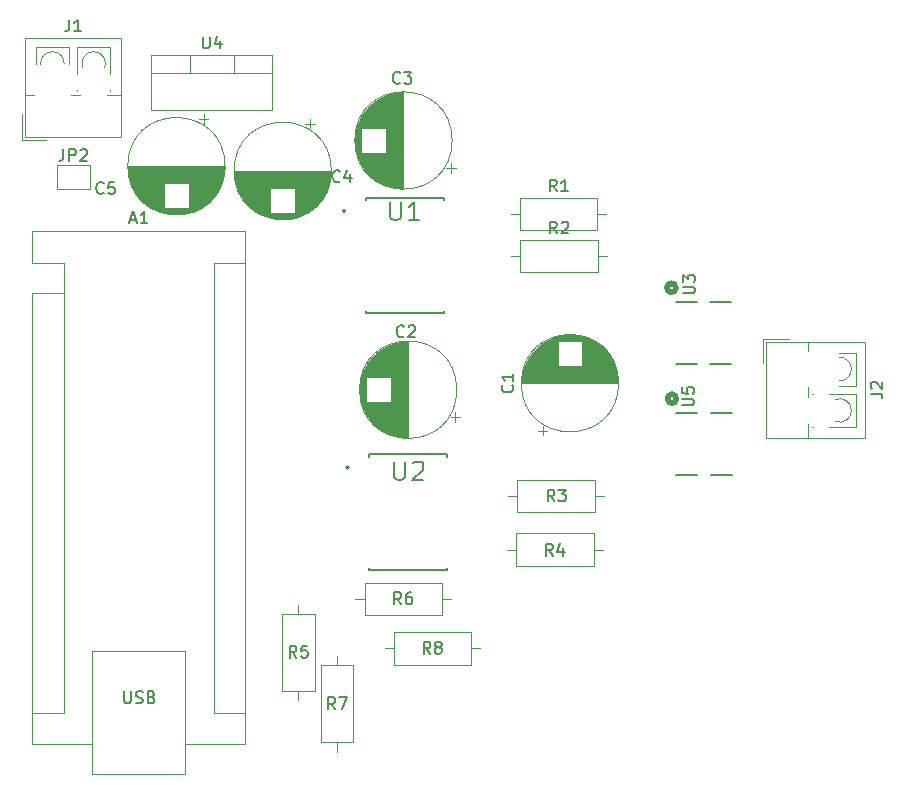
<source format=gbr>
%TF.GenerationSoftware,KiCad,Pcbnew,8.0.1*%
%TF.CreationDate,2024-04-25T09:29:02+05:30*%
%TF.ProjectId,Brushed Speed Controller,42727573-6865-4642-9053-706565642043,rev?*%
%TF.SameCoordinates,Original*%
%TF.FileFunction,Legend,Top*%
%TF.FilePolarity,Positive*%
%FSLAX46Y46*%
G04 Gerber Fmt 4.6, Leading zero omitted, Abs format (unit mm)*
G04 Created by KiCad (PCBNEW 8.0.1) date 2024-04-25 09:29:02*
%MOMM*%
%LPD*%
G01*
G04 APERTURE LIST*
%ADD10C,0.150000*%
%ADD11C,0.120000*%
%ADD12C,0.127000*%
%ADD13C,0.200000*%
%ADD14C,0.152400*%
%ADD15C,0.508000*%
G04 APERTURE END LIST*
D10*
X143444933Y-116075619D02*
X143111600Y-115599428D01*
X142873505Y-116075619D02*
X142873505Y-115075619D01*
X142873505Y-115075619D02*
X143254457Y-115075619D01*
X143254457Y-115075619D02*
X143349695Y-115123238D01*
X143349695Y-115123238D02*
X143397314Y-115170857D01*
X143397314Y-115170857D02*
X143444933Y-115266095D01*
X143444933Y-115266095D02*
X143444933Y-115408952D01*
X143444933Y-115408952D02*
X143397314Y-115504190D01*
X143397314Y-115504190D02*
X143349695Y-115551809D01*
X143349695Y-115551809D02*
X143254457Y-115599428D01*
X143254457Y-115599428D02*
X142873505Y-115599428D01*
X143778267Y-115075619D02*
X144444933Y-115075619D01*
X144444933Y-115075619D02*
X144016362Y-116075619D01*
X161885333Y-103070819D02*
X161552000Y-102594628D01*
X161313905Y-103070819D02*
X161313905Y-102070819D01*
X161313905Y-102070819D02*
X161694857Y-102070819D01*
X161694857Y-102070819D02*
X161790095Y-102118438D01*
X161790095Y-102118438D02*
X161837714Y-102166057D01*
X161837714Y-102166057D02*
X161885333Y-102261295D01*
X161885333Y-102261295D02*
X161885333Y-102404152D01*
X161885333Y-102404152D02*
X161837714Y-102499390D01*
X161837714Y-102499390D02*
X161790095Y-102547009D01*
X161790095Y-102547009D02*
X161694857Y-102594628D01*
X161694857Y-102594628D02*
X161313905Y-102594628D01*
X162742476Y-102404152D02*
X162742476Y-103070819D01*
X162504381Y-102023200D02*
X162266286Y-102737485D01*
X162266286Y-102737485D02*
X162885333Y-102737485D01*
X158431580Y-88639117D02*
X158479200Y-88686736D01*
X158479200Y-88686736D02*
X158526819Y-88829593D01*
X158526819Y-88829593D02*
X158526819Y-88924831D01*
X158526819Y-88924831D02*
X158479200Y-89067688D01*
X158479200Y-89067688D02*
X158383961Y-89162926D01*
X158383961Y-89162926D02*
X158288723Y-89210545D01*
X158288723Y-89210545D02*
X158098247Y-89258164D01*
X158098247Y-89258164D02*
X157955390Y-89258164D01*
X157955390Y-89258164D02*
X157764914Y-89210545D01*
X157764914Y-89210545D02*
X157669676Y-89162926D01*
X157669676Y-89162926D02*
X157574438Y-89067688D01*
X157574438Y-89067688D02*
X157526819Y-88924831D01*
X157526819Y-88924831D02*
X157526819Y-88829593D01*
X157526819Y-88829593D02*
X157574438Y-88686736D01*
X157574438Y-88686736D02*
X157622057Y-88639117D01*
X158526819Y-87686736D02*
X158526819Y-88258164D01*
X158526819Y-87972450D02*
X157526819Y-87972450D01*
X157526819Y-87972450D02*
X157669676Y-88067688D01*
X157669676Y-88067688D02*
X157764914Y-88162926D01*
X157764914Y-88162926D02*
X157812533Y-88258164D01*
X149032933Y-107185619D02*
X148699600Y-106709428D01*
X148461505Y-107185619D02*
X148461505Y-106185619D01*
X148461505Y-106185619D02*
X148842457Y-106185619D01*
X148842457Y-106185619D02*
X148937695Y-106233238D01*
X148937695Y-106233238D02*
X148985314Y-106280857D01*
X148985314Y-106280857D02*
X149032933Y-106376095D01*
X149032933Y-106376095D02*
X149032933Y-106518952D01*
X149032933Y-106518952D02*
X148985314Y-106614190D01*
X148985314Y-106614190D02*
X148937695Y-106661809D01*
X148937695Y-106661809D02*
X148842457Y-106709428D01*
X148842457Y-106709428D02*
X148461505Y-106709428D01*
X149890076Y-106185619D02*
X149699600Y-106185619D01*
X149699600Y-106185619D02*
X149604362Y-106233238D01*
X149604362Y-106233238D02*
X149556743Y-106280857D01*
X149556743Y-106280857D02*
X149461505Y-106423714D01*
X149461505Y-106423714D02*
X149413886Y-106614190D01*
X149413886Y-106614190D02*
X149413886Y-106995142D01*
X149413886Y-106995142D02*
X149461505Y-107090380D01*
X149461505Y-107090380D02*
X149509124Y-107138000D01*
X149509124Y-107138000D02*
X149604362Y-107185619D01*
X149604362Y-107185619D02*
X149794838Y-107185619D01*
X149794838Y-107185619D02*
X149890076Y-107138000D01*
X149890076Y-107138000D02*
X149937695Y-107090380D01*
X149937695Y-107090380D02*
X149985314Y-106995142D01*
X149985314Y-106995142D02*
X149985314Y-106757047D01*
X149985314Y-106757047D02*
X149937695Y-106661809D01*
X149937695Y-106661809D02*
X149890076Y-106614190D01*
X149890076Y-106614190D02*
X149794838Y-106566571D01*
X149794838Y-106566571D02*
X149604362Y-106566571D01*
X149604362Y-106566571D02*
X149509124Y-106614190D01*
X149509124Y-106614190D02*
X149461505Y-106661809D01*
X149461505Y-106661809D02*
X149413886Y-106757047D01*
X120441666Y-68654819D02*
X120441666Y-69369104D01*
X120441666Y-69369104D02*
X120394047Y-69511961D01*
X120394047Y-69511961D02*
X120298809Y-69607200D01*
X120298809Y-69607200D02*
X120155952Y-69654819D01*
X120155952Y-69654819D02*
X120060714Y-69654819D01*
X120917857Y-69654819D02*
X120917857Y-68654819D01*
X120917857Y-68654819D02*
X121298809Y-68654819D01*
X121298809Y-68654819D02*
X121394047Y-68702438D01*
X121394047Y-68702438D02*
X121441666Y-68750057D01*
X121441666Y-68750057D02*
X121489285Y-68845295D01*
X121489285Y-68845295D02*
X121489285Y-68988152D01*
X121489285Y-68988152D02*
X121441666Y-69083390D01*
X121441666Y-69083390D02*
X121394047Y-69131009D01*
X121394047Y-69131009D02*
X121298809Y-69178628D01*
X121298809Y-69178628D02*
X120917857Y-69178628D01*
X121870238Y-68750057D02*
X121917857Y-68702438D01*
X121917857Y-68702438D02*
X122013095Y-68654819D01*
X122013095Y-68654819D02*
X122251190Y-68654819D01*
X122251190Y-68654819D02*
X122346428Y-68702438D01*
X122346428Y-68702438D02*
X122394047Y-68750057D01*
X122394047Y-68750057D02*
X122441666Y-68845295D01*
X122441666Y-68845295D02*
X122441666Y-68940533D01*
X122441666Y-68940533D02*
X122394047Y-69083390D01*
X122394047Y-69083390D02*
X121822619Y-69654819D01*
X121822619Y-69654819D02*
X122441666Y-69654819D01*
X151496733Y-111376619D02*
X151163400Y-110900428D01*
X150925305Y-111376619D02*
X150925305Y-110376619D01*
X150925305Y-110376619D02*
X151306257Y-110376619D01*
X151306257Y-110376619D02*
X151401495Y-110424238D01*
X151401495Y-110424238D02*
X151449114Y-110471857D01*
X151449114Y-110471857D02*
X151496733Y-110567095D01*
X151496733Y-110567095D02*
X151496733Y-110709952D01*
X151496733Y-110709952D02*
X151449114Y-110805190D01*
X151449114Y-110805190D02*
X151401495Y-110852809D01*
X151401495Y-110852809D02*
X151306257Y-110900428D01*
X151306257Y-110900428D02*
X150925305Y-110900428D01*
X152068162Y-110805190D02*
X151972924Y-110757571D01*
X151972924Y-110757571D02*
X151925305Y-110709952D01*
X151925305Y-110709952D02*
X151877686Y-110614714D01*
X151877686Y-110614714D02*
X151877686Y-110567095D01*
X151877686Y-110567095D02*
X151925305Y-110471857D01*
X151925305Y-110471857D02*
X151972924Y-110424238D01*
X151972924Y-110424238D02*
X152068162Y-110376619D01*
X152068162Y-110376619D02*
X152258638Y-110376619D01*
X152258638Y-110376619D02*
X152353876Y-110424238D01*
X152353876Y-110424238D02*
X152401495Y-110471857D01*
X152401495Y-110471857D02*
X152449114Y-110567095D01*
X152449114Y-110567095D02*
X152449114Y-110614714D01*
X152449114Y-110614714D02*
X152401495Y-110709952D01*
X152401495Y-110709952D02*
X152353876Y-110757571D01*
X152353876Y-110757571D02*
X152258638Y-110805190D01*
X152258638Y-110805190D02*
X152068162Y-110805190D01*
X152068162Y-110805190D02*
X151972924Y-110852809D01*
X151972924Y-110852809D02*
X151925305Y-110900428D01*
X151925305Y-110900428D02*
X151877686Y-110995666D01*
X151877686Y-110995666D02*
X151877686Y-111186142D01*
X151877686Y-111186142D02*
X151925305Y-111281380D01*
X151925305Y-111281380D02*
X151972924Y-111329000D01*
X151972924Y-111329000D02*
X152068162Y-111376619D01*
X152068162Y-111376619D02*
X152258638Y-111376619D01*
X152258638Y-111376619D02*
X152353876Y-111329000D01*
X152353876Y-111329000D02*
X152401495Y-111281380D01*
X152401495Y-111281380D02*
X152449114Y-111186142D01*
X152449114Y-111186142D02*
X152449114Y-110995666D01*
X152449114Y-110995666D02*
X152401495Y-110900428D01*
X152401495Y-110900428D02*
X152353876Y-110852809D01*
X152353876Y-110852809D02*
X152258638Y-110805190D01*
X148439859Y-95105693D02*
X148439859Y-96382700D01*
X148439859Y-96382700D02*
X148514977Y-96532936D01*
X148514977Y-96532936D02*
X148590095Y-96608055D01*
X148590095Y-96608055D02*
X148740331Y-96683173D01*
X148740331Y-96683173D02*
X149040804Y-96683173D01*
X149040804Y-96683173D02*
X149191040Y-96608055D01*
X149191040Y-96608055D02*
X149266158Y-96532936D01*
X149266158Y-96532936D02*
X149341276Y-96382700D01*
X149341276Y-96382700D02*
X149341276Y-95105693D01*
X150017339Y-95255929D02*
X150092457Y-95180811D01*
X150092457Y-95180811D02*
X150242693Y-95105693D01*
X150242693Y-95105693D02*
X150618284Y-95105693D01*
X150618284Y-95105693D02*
X150768520Y-95180811D01*
X150768520Y-95180811D02*
X150843638Y-95255929D01*
X150843638Y-95255929D02*
X150918756Y-95406165D01*
X150918756Y-95406165D02*
X150918756Y-95556401D01*
X150918756Y-95556401D02*
X150843638Y-95781755D01*
X150843638Y-95781755D02*
X149942221Y-96683173D01*
X149942221Y-96683173D02*
X150918756Y-96683173D01*
X140168333Y-111706819D02*
X139835000Y-111230628D01*
X139596905Y-111706819D02*
X139596905Y-110706819D01*
X139596905Y-110706819D02*
X139977857Y-110706819D01*
X139977857Y-110706819D02*
X140073095Y-110754438D01*
X140073095Y-110754438D02*
X140120714Y-110802057D01*
X140120714Y-110802057D02*
X140168333Y-110897295D01*
X140168333Y-110897295D02*
X140168333Y-111040152D01*
X140168333Y-111040152D02*
X140120714Y-111135390D01*
X140120714Y-111135390D02*
X140073095Y-111183009D01*
X140073095Y-111183009D02*
X139977857Y-111230628D01*
X139977857Y-111230628D02*
X139596905Y-111230628D01*
X141073095Y-110706819D02*
X140596905Y-110706819D01*
X140596905Y-110706819D02*
X140549286Y-111183009D01*
X140549286Y-111183009D02*
X140596905Y-111135390D01*
X140596905Y-111135390D02*
X140692143Y-111087771D01*
X140692143Y-111087771D02*
X140930238Y-111087771D01*
X140930238Y-111087771D02*
X141025476Y-111135390D01*
X141025476Y-111135390D02*
X141073095Y-111183009D01*
X141073095Y-111183009D02*
X141120714Y-111278247D01*
X141120714Y-111278247D02*
X141120714Y-111516342D01*
X141120714Y-111516342D02*
X141073095Y-111611580D01*
X141073095Y-111611580D02*
X141025476Y-111659200D01*
X141025476Y-111659200D02*
X140930238Y-111706819D01*
X140930238Y-111706819D02*
X140692143Y-111706819D01*
X140692143Y-111706819D02*
X140596905Y-111659200D01*
X140596905Y-111659200D02*
X140549286Y-111611580D01*
X123833333Y-72359580D02*
X123785714Y-72407200D01*
X123785714Y-72407200D02*
X123642857Y-72454819D01*
X123642857Y-72454819D02*
X123547619Y-72454819D01*
X123547619Y-72454819D02*
X123404762Y-72407200D01*
X123404762Y-72407200D02*
X123309524Y-72311961D01*
X123309524Y-72311961D02*
X123261905Y-72216723D01*
X123261905Y-72216723D02*
X123214286Y-72026247D01*
X123214286Y-72026247D02*
X123214286Y-71883390D01*
X123214286Y-71883390D02*
X123261905Y-71692914D01*
X123261905Y-71692914D02*
X123309524Y-71597676D01*
X123309524Y-71597676D02*
X123404762Y-71502438D01*
X123404762Y-71502438D02*
X123547619Y-71454819D01*
X123547619Y-71454819D02*
X123642857Y-71454819D01*
X123642857Y-71454819D02*
X123785714Y-71502438D01*
X123785714Y-71502438D02*
X123833333Y-71550057D01*
X124738095Y-71454819D02*
X124261905Y-71454819D01*
X124261905Y-71454819D02*
X124214286Y-71931009D01*
X124214286Y-71931009D02*
X124261905Y-71883390D01*
X124261905Y-71883390D02*
X124357143Y-71835771D01*
X124357143Y-71835771D02*
X124595238Y-71835771D01*
X124595238Y-71835771D02*
X124690476Y-71883390D01*
X124690476Y-71883390D02*
X124738095Y-71931009D01*
X124738095Y-71931009D02*
X124785714Y-72026247D01*
X124785714Y-72026247D02*
X124785714Y-72264342D01*
X124785714Y-72264342D02*
X124738095Y-72359580D01*
X124738095Y-72359580D02*
X124690476Y-72407200D01*
X124690476Y-72407200D02*
X124595238Y-72454819D01*
X124595238Y-72454819D02*
X124357143Y-72454819D01*
X124357143Y-72454819D02*
X124261905Y-72407200D01*
X124261905Y-72407200D02*
X124214286Y-72359580D01*
X132238095Y-59129819D02*
X132238095Y-59939342D01*
X132238095Y-59939342D02*
X132285714Y-60034580D01*
X132285714Y-60034580D02*
X132333333Y-60082200D01*
X132333333Y-60082200D02*
X132428571Y-60129819D01*
X132428571Y-60129819D02*
X132619047Y-60129819D01*
X132619047Y-60129819D02*
X132714285Y-60082200D01*
X132714285Y-60082200D02*
X132761904Y-60034580D01*
X132761904Y-60034580D02*
X132809523Y-59939342D01*
X132809523Y-59939342D02*
X132809523Y-59129819D01*
X133714285Y-59463152D02*
X133714285Y-60129819D01*
X133476190Y-59082200D02*
X133238095Y-59796485D01*
X133238095Y-59796485D02*
X133857142Y-59796485D01*
X120916666Y-57694819D02*
X120916666Y-58409104D01*
X120916666Y-58409104D02*
X120869047Y-58551961D01*
X120869047Y-58551961D02*
X120773809Y-58647200D01*
X120773809Y-58647200D02*
X120630952Y-58694819D01*
X120630952Y-58694819D02*
X120535714Y-58694819D01*
X121916666Y-58694819D02*
X121345238Y-58694819D01*
X121630952Y-58694819D02*
X121630952Y-57694819D01*
X121630952Y-57694819D02*
X121535714Y-57837676D01*
X121535714Y-57837676D02*
X121440476Y-57932914D01*
X121440476Y-57932914D02*
X121345238Y-57980533D01*
X149271882Y-84484380D02*
X149224263Y-84532000D01*
X149224263Y-84532000D02*
X149081406Y-84579619D01*
X149081406Y-84579619D02*
X148986168Y-84579619D01*
X148986168Y-84579619D02*
X148843311Y-84532000D01*
X148843311Y-84532000D02*
X148748073Y-84436761D01*
X148748073Y-84436761D02*
X148700454Y-84341523D01*
X148700454Y-84341523D02*
X148652835Y-84151047D01*
X148652835Y-84151047D02*
X148652835Y-84008190D01*
X148652835Y-84008190D02*
X148700454Y-83817714D01*
X148700454Y-83817714D02*
X148748073Y-83722476D01*
X148748073Y-83722476D02*
X148843311Y-83627238D01*
X148843311Y-83627238D02*
X148986168Y-83579619D01*
X148986168Y-83579619D02*
X149081406Y-83579619D01*
X149081406Y-83579619D02*
X149224263Y-83627238D01*
X149224263Y-83627238D02*
X149271882Y-83674857D01*
X149652835Y-83674857D02*
X149700454Y-83627238D01*
X149700454Y-83627238D02*
X149795692Y-83579619D01*
X149795692Y-83579619D02*
X150033787Y-83579619D01*
X150033787Y-83579619D02*
X150129025Y-83627238D01*
X150129025Y-83627238D02*
X150176644Y-83674857D01*
X150176644Y-83674857D02*
X150224263Y-83770095D01*
X150224263Y-83770095D02*
X150224263Y-83865333D01*
X150224263Y-83865333D02*
X150176644Y-84008190D01*
X150176644Y-84008190D02*
X149605216Y-84579619D01*
X149605216Y-84579619D02*
X150224263Y-84579619D01*
X162225882Y-75783419D02*
X161892549Y-75307228D01*
X161654454Y-75783419D02*
X161654454Y-74783419D01*
X161654454Y-74783419D02*
X162035406Y-74783419D01*
X162035406Y-74783419D02*
X162130644Y-74831038D01*
X162130644Y-74831038D02*
X162178263Y-74878657D01*
X162178263Y-74878657D02*
X162225882Y-74973895D01*
X162225882Y-74973895D02*
X162225882Y-75116752D01*
X162225882Y-75116752D02*
X162178263Y-75211990D01*
X162178263Y-75211990D02*
X162130644Y-75259609D01*
X162130644Y-75259609D02*
X162035406Y-75307228D01*
X162035406Y-75307228D02*
X161654454Y-75307228D01*
X162606835Y-74878657D02*
X162654454Y-74831038D01*
X162654454Y-74831038D02*
X162749692Y-74783419D01*
X162749692Y-74783419D02*
X162987787Y-74783419D01*
X162987787Y-74783419D02*
X163083025Y-74831038D01*
X163083025Y-74831038D02*
X163130644Y-74878657D01*
X163130644Y-74878657D02*
X163178263Y-74973895D01*
X163178263Y-74973895D02*
X163178263Y-75069133D01*
X163178263Y-75069133D02*
X163130644Y-75211990D01*
X163130644Y-75211990D02*
X162559216Y-75783419D01*
X162559216Y-75783419D02*
X163178263Y-75783419D01*
X148084259Y-73109293D02*
X148084259Y-74386300D01*
X148084259Y-74386300D02*
X148159377Y-74536536D01*
X148159377Y-74536536D02*
X148234495Y-74611655D01*
X148234495Y-74611655D02*
X148384731Y-74686773D01*
X148384731Y-74686773D02*
X148685204Y-74686773D01*
X148685204Y-74686773D02*
X148835440Y-74611655D01*
X148835440Y-74611655D02*
X148910558Y-74536536D01*
X148910558Y-74536536D02*
X148985676Y-74386300D01*
X148985676Y-74386300D02*
X148985676Y-73109293D01*
X150563156Y-74686773D02*
X149661739Y-74686773D01*
X150112447Y-74686773D02*
X150112447Y-73109293D01*
X150112447Y-73109293D02*
X149962211Y-73334647D01*
X149962211Y-73334647D02*
X149811975Y-73484883D01*
X149811975Y-73484883D02*
X149661739Y-73560001D01*
X126107914Y-74641904D02*
X126584104Y-74641904D01*
X126012676Y-74927619D02*
X126346009Y-73927619D01*
X126346009Y-73927619D02*
X126679342Y-74927619D01*
X127536485Y-74927619D02*
X126965057Y-74927619D01*
X127250771Y-74927619D02*
X127250771Y-73927619D01*
X127250771Y-73927619D02*
X127155533Y-74070476D01*
X127155533Y-74070476D02*
X127060295Y-74165714D01*
X127060295Y-74165714D02*
X126965057Y-74213333D01*
X125560295Y-114567619D02*
X125560295Y-115377142D01*
X125560295Y-115377142D02*
X125607914Y-115472380D01*
X125607914Y-115472380D02*
X125655533Y-115520000D01*
X125655533Y-115520000D02*
X125750771Y-115567619D01*
X125750771Y-115567619D02*
X125941247Y-115567619D01*
X125941247Y-115567619D02*
X126036485Y-115520000D01*
X126036485Y-115520000D02*
X126084104Y-115472380D01*
X126084104Y-115472380D02*
X126131723Y-115377142D01*
X126131723Y-115377142D02*
X126131723Y-114567619D01*
X126560295Y-115520000D02*
X126703152Y-115567619D01*
X126703152Y-115567619D02*
X126941247Y-115567619D01*
X126941247Y-115567619D02*
X127036485Y-115520000D01*
X127036485Y-115520000D02*
X127084104Y-115472380D01*
X127084104Y-115472380D02*
X127131723Y-115377142D01*
X127131723Y-115377142D02*
X127131723Y-115281904D01*
X127131723Y-115281904D02*
X127084104Y-115186666D01*
X127084104Y-115186666D02*
X127036485Y-115139047D01*
X127036485Y-115139047D02*
X126941247Y-115091428D01*
X126941247Y-115091428D02*
X126750771Y-115043809D01*
X126750771Y-115043809D02*
X126655533Y-114996190D01*
X126655533Y-114996190D02*
X126607914Y-114948571D01*
X126607914Y-114948571D02*
X126560295Y-114853333D01*
X126560295Y-114853333D02*
X126560295Y-114758095D01*
X126560295Y-114758095D02*
X126607914Y-114662857D01*
X126607914Y-114662857D02*
X126655533Y-114615238D01*
X126655533Y-114615238D02*
X126750771Y-114567619D01*
X126750771Y-114567619D02*
X126988866Y-114567619D01*
X126988866Y-114567619D02*
X127131723Y-114615238D01*
X127893628Y-115043809D02*
X128036485Y-115091428D01*
X128036485Y-115091428D02*
X128084104Y-115139047D01*
X128084104Y-115139047D02*
X128131723Y-115234285D01*
X128131723Y-115234285D02*
X128131723Y-115377142D01*
X128131723Y-115377142D02*
X128084104Y-115472380D01*
X128084104Y-115472380D02*
X128036485Y-115520000D01*
X128036485Y-115520000D02*
X127941247Y-115567619D01*
X127941247Y-115567619D02*
X127560295Y-115567619D01*
X127560295Y-115567619D02*
X127560295Y-114567619D01*
X127560295Y-114567619D02*
X127893628Y-114567619D01*
X127893628Y-114567619D02*
X127988866Y-114615238D01*
X127988866Y-114615238D02*
X128036485Y-114662857D01*
X128036485Y-114662857D02*
X128084104Y-114758095D01*
X128084104Y-114758095D02*
X128084104Y-114853333D01*
X128084104Y-114853333D02*
X128036485Y-114948571D01*
X128036485Y-114948571D02*
X127988866Y-114996190D01*
X127988866Y-114996190D02*
X127893628Y-115043809D01*
X127893628Y-115043809D02*
X127560295Y-115043809D01*
X143833333Y-71359580D02*
X143785714Y-71407200D01*
X143785714Y-71407200D02*
X143642857Y-71454819D01*
X143642857Y-71454819D02*
X143547619Y-71454819D01*
X143547619Y-71454819D02*
X143404762Y-71407200D01*
X143404762Y-71407200D02*
X143309524Y-71311961D01*
X143309524Y-71311961D02*
X143261905Y-71216723D01*
X143261905Y-71216723D02*
X143214286Y-71026247D01*
X143214286Y-71026247D02*
X143214286Y-70883390D01*
X143214286Y-70883390D02*
X143261905Y-70692914D01*
X143261905Y-70692914D02*
X143309524Y-70597676D01*
X143309524Y-70597676D02*
X143404762Y-70502438D01*
X143404762Y-70502438D02*
X143547619Y-70454819D01*
X143547619Y-70454819D02*
X143642857Y-70454819D01*
X143642857Y-70454819D02*
X143785714Y-70502438D01*
X143785714Y-70502438D02*
X143833333Y-70550057D01*
X144690476Y-70788152D02*
X144690476Y-71454819D01*
X144452381Y-70407200D02*
X144214286Y-71121485D01*
X144214286Y-71121485D02*
X144833333Y-71121485D01*
X188771219Y-89362933D02*
X189485504Y-89362933D01*
X189485504Y-89362933D02*
X189628361Y-89410552D01*
X189628361Y-89410552D02*
X189723600Y-89505790D01*
X189723600Y-89505790D02*
X189771219Y-89648647D01*
X189771219Y-89648647D02*
X189771219Y-89743885D01*
X188866457Y-88934361D02*
X188818838Y-88886742D01*
X188818838Y-88886742D02*
X188771219Y-88791504D01*
X188771219Y-88791504D02*
X188771219Y-88553409D01*
X188771219Y-88553409D02*
X188818838Y-88458171D01*
X188818838Y-88458171D02*
X188866457Y-88410552D01*
X188866457Y-88410552D02*
X188961695Y-88362933D01*
X188961695Y-88362933D02*
X189056933Y-88362933D01*
X189056933Y-88362933D02*
X189199790Y-88410552D01*
X189199790Y-88410552D02*
X189771219Y-88981980D01*
X189771219Y-88981980D02*
X189771219Y-88362933D01*
X162200482Y-72227419D02*
X161867149Y-71751228D01*
X161629054Y-72227419D02*
X161629054Y-71227419D01*
X161629054Y-71227419D02*
X162010006Y-71227419D01*
X162010006Y-71227419D02*
X162105244Y-71275038D01*
X162105244Y-71275038D02*
X162152863Y-71322657D01*
X162152863Y-71322657D02*
X162200482Y-71417895D01*
X162200482Y-71417895D02*
X162200482Y-71560752D01*
X162200482Y-71560752D02*
X162152863Y-71655990D01*
X162152863Y-71655990D02*
X162105244Y-71703609D01*
X162105244Y-71703609D02*
X162010006Y-71751228D01*
X162010006Y-71751228D02*
X161629054Y-71751228D01*
X163152863Y-72227419D02*
X162581435Y-72227419D01*
X162867149Y-72227419D02*
X162867149Y-71227419D01*
X162867149Y-71227419D02*
X162771911Y-71370276D01*
X162771911Y-71370276D02*
X162676673Y-71465514D01*
X162676673Y-71465514D02*
X162581435Y-71513133D01*
X172809819Y-90347704D02*
X173619342Y-90347704D01*
X173619342Y-90347704D02*
X173714580Y-90300085D01*
X173714580Y-90300085D02*
X173762200Y-90252466D01*
X173762200Y-90252466D02*
X173809819Y-90157228D01*
X173809819Y-90157228D02*
X173809819Y-89966752D01*
X173809819Y-89966752D02*
X173762200Y-89871514D01*
X173762200Y-89871514D02*
X173714580Y-89823895D01*
X173714580Y-89823895D02*
X173619342Y-89776276D01*
X173619342Y-89776276D02*
X172809819Y-89776276D01*
X172809819Y-88823895D02*
X172809819Y-89300085D01*
X172809819Y-89300085D02*
X173286009Y-89347704D01*
X173286009Y-89347704D02*
X173238390Y-89300085D01*
X173238390Y-89300085D02*
X173190771Y-89204847D01*
X173190771Y-89204847D02*
X173190771Y-88966752D01*
X173190771Y-88966752D02*
X173238390Y-88871514D01*
X173238390Y-88871514D02*
X173286009Y-88823895D01*
X173286009Y-88823895D02*
X173381247Y-88776276D01*
X173381247Y-88776276D02*
X173619342Y-88776276D01*
X173619342Y-88776276D02*
X173714580Y-88823895D01*
X173714580Y-88823895D02*
X173762200Y-88871514D01*
X173762200Y-88871514D02*
X173809819Y-88966752D01*
X173809819Y-88966752D02*
X173809819Y-89204847D01*
X173809819Y-89204847D02*
X173762200Y-89300085D01*
X173762200Y-89300085D02*
X173714580Y-89347704D01*
X162012333Y-98473419D02*
X161679000Y-97997228D01*
X161440905Y-98473419D02*
X161440905Y-97473419D01*
X161440905Y-97473419D02*
X161821857Y-97473419D01*
X161821857Y-97473419D02*
X161917095Y-97521038D01*
X161917095Y-97521038D02*
X161964714Y-97568657D01*
X161964714Y-97568657D02*
X162012333Y-97663895D01*
X162012333Y-97663895D02*
X162012333Y-97806752D01*
X162012333Y-97806752D02*
X161964714Y-97901990D01*
X161964714Y-97901990D02*
X161917095Y-97949609D01*
X161917095Y-97949609D02*
X161821857Y-97997228D01*
X161821857Y-97997228D02*
X161440905Y-97997228D01*
X162345667Y-97473419D02*
X162964714Y-97473419D01*
X162964714Y-97473419D02*
X162631381Y-97854371D01*
X162631381Y-97854371D02*
X162774238Y-97854371D01*
X162774238Y-97854371D02*
X162869476Y-97901990D01*
X162869476Y-97901990D02*
X162917095Y-97949609D01*
X162917095Y-97949609D02*
X162964714Y-98044847D01*
X162964714Y-98044847D02*
X162964714Y-98282942D01*
X162964714Y-98282942D02*
X162917095Y-98378180D01*
X162917095Y-98378180D02*
X162869476Y-98425800D01*
X162869476Y-98425800D02*
X162774238Y-98473419D01*
X162774238Y-98473419D02*
X162488524Y-98473419D01*
X162488524Y-98473419D02*
X162393286Y-98425800D01*
X162393286Y-98425800D02*
X162345667Y-98378180D01*
X172896428Y-80870964D02*
X173705951Y-80870964D01*
X173705951Y-80870964D02*
X173801189Y-80823345D01*
X173801189Y-80823345D02*
X173848809Y-80775726D01*
X173848809Y-80775726D02*
X173896428Y-80680488D01*
X173896428Y-80680488D02*
X173896428Y-80490012D01*
X173896428Y-80490012D02*
X173848809Y-80394774D01*
X173848809Y-80394774D02*
X173801189Y-80347155D01*
X173801189Y-80347155D02*
X173705951Y-80299536D01*
X173705951Y-80299536D02*
X172896428Y-80299536D01*
X172896428Y-79918583D02*
X172896428Y-79299536D01*
X172896428Y-79299536D02*
X173277380Y-79632869D01*
X173277380Y-79632869D02*
X173277380Y-79490012D01*
X173277380Y-79490012D02*
X173324999Y-79394774D01*
X173324999Y-79394774D02*
X173372618Y-79347155D01*
X173372618Y-79347155D02*
X173467856Y-79299536D01*
X173467856Y-79299536D02*
X173705951Y-79299536D01*
X173705951Y-79299536D02*
X173801189Y-79347155D01*
X173801189Y-79347155D02*
X173848809Y-79394774D01*
X173848809Y-79394774D02*
X173896428Y-79490012D01*
X173896428Y-79490012D02*
X173896428Y-79775726D01*
X173896428Y-79775726D02*
X173848809Y-79870964D01*
X173848809Y-79870964D02*
X173801189Y-79918583D01*
X148952031Y-63021380D02*
X148904412Y-63069000D01*
X148904412Y-63069000D02*
X148761555Y-63116619D01*
X148761555Y-63116619D02*
X148666317Y-63116619D01*
X148666317Y-63116619D02*
X148523460Y-63069000D01*
X148523460Y-63069000D02*
X148428222Y-62973761D01*
X148428222Y-62973761D02*
X148380603Y-62878523D01*
X148380603Y-62878523D02*
X148332984Y-62688047D01*
X148332984Y-62688047D02*
X148332984Y-62545190D01*
X148332984Y-62545190D02*
X148380603Y-62354714D01*
X148380603Y-62354714D02*
X148428222Y-62259476D01*
X148428222Y-62259476D02*
X148523460Y-62164238D01*
X148523460Y-62164238D02*
X148666317Y-62116619D01*
X148666317Y-62116619D02*
X148761555Y-62116619D01*
X148761555Y-62116619D02*
X148904412Y-62164238D01*
X148904412Y-62164238D02*
X148952031Y-62211857D01*
X149285365Y-62116619D02*
X149904412Y-62116619D01*
X149904412Y-62116619D02*
X149571079Y-62497571D01*
X149571079Y-62497571D02*
X149713936Y-62497571D01*
X149713936Y-62497571D02*
X149809174Y-62545190D01*
X149809174Y-62545190D02*
X149856793Y-62592809D01*
X149856793Y-62592809D02*
X149904412Y-62688047D01*
X149904412Y-62688047D02*
X149904412Y-62926142D01*
X149904412Y-62926142D02*
X149856793Y-63021380D01*
X149856793Y-63021380D02*
X149809174Y-63069000D01*
X149809174Y-63069000D02*
X149713936Y-63116619D01*
X149713936Y-63116619D02*
X149428222Y-63116619D01*
X149428222Y-63116619D02*
X149332984Y-63069000D01*
X149332984Y-63069000D02*
X149285365Y-63021380D01*
D11*
%TO.C,R7*%
X142241600Y-112350800D02*
X142241600Y-118890800D01*
X142241600Y-118890800D02*
X144981600Y-118890800D01*
X143611600Y-111580800D02*
X143611600Y-112350800D01*
X143611600Y-119660800D02*
X143611600Y-118890800D01*
X144981600Y-112350800D02*
X142241600Y-112350800D01*
X144981600Y-118890800D02*
X144981600Y-112350800D01*
%TO.C,R4*%
X158012000Y-102565200D02*
X158782000Y-102565200D01*
X158782000Y-101195200D02*
X158782000Y-103935200D01*
X158782000Y-103935200D02*
X165322000Y-103935200D01*
X165322000Y-101195200D02*
X158782000Y-101195200D01*
X165322000Y-103935200D02*
X165322000Y-101195200D01*
X166092000Y-102565200D02*
X165322000Y-102565200D01*
%TO.C,C1*%
X159242000Y-88392451D02*
X167402000Y-88392451D01*
X159242000Y-88432451D02*
X167402000Y-88432451D01*
X159242000Y-88472451D02*
X167402000Y-88472451D01*
X159243000Y-88352451D02*
X167401000Y-88352451D01*
X159245000Y-88312451D02*
X167399000Y-88312451D01*
X159246000Y-88272451D02*
X167398000Y-88272451D01*
X159248000Y-88232451D02*
X167396000Y-88232451D01*
X159251000Y-88192451D02*
X167393000Y-88192451D01*
X159254000Y-88152451D02*
X167390000Y-88152451D01*
X159257000Y-88112451D02*
X167387000Y-88112451D01*
X159261000Y-88072451D02*
X167383000Y-88072451D01*
X159265000Y-88032451D02*
X167379000Y-88032451D01*
X159270000Y-87992451D02*
X167374000Y-87992451D01*
X159274000Y-87952451D02*
X167370000Y-87952451D01*
X159280000Y-87912451D02*
X167364000Y-87912451D01*
X159285000Y-87872451D02*
X167359000Y-87872451D01*
X159292000Y-87832451D02*
X167352000Y-87832451D01*
X159298000Y-87792451D02*
X167346000Y-87792451D01*
X159305000Y-87751451D02*
X167339000Y-87751451D01*
X159312000Y-87711451D02*
X167332000Y-87711451D01*
X159320000Y-87671451D02*
X167324000Y-87671451D01*
X159328000Y-87631451D02*
X167316000Y-87631451D01*
X159337000Y-87591451D02*
X167307000Y-87591451D01*
X159346000Y-87551451D02*
X167298000Y-87551451D01*
X159355000Y-87511451D02*
X167289000Y-87511451D01*
X159365000Y-87471451D02*
X167279000Y-87471451D01*
X159375000Y-87431451D02*
X167269000Y-87431451D01*
X159386000Y-87391451D02*
X167258000Y-87391451D01*
X159397000Y-87351451D02*
X167247000Y-87351451D01*
X159408000Y-87311451D02*
X167236000Y-87311451D01*
X159420000Y-87271451D02*
X167224000Y-87271451D01*
X159433000Y-87231451D02*
X167211000Y-87231451D01*
X159445000Y-87191451D02*
X167199000Y-87191451D01*
X159459000Y-87151451D02*
X167185000Y-87151451D01*
X159472000Y-87111451D02*
X167172000Y-87111451D01*
X159487000Y-87071451D02*
X167157000Y-87071451D01*
X159501000Y-87031451D02*
X167143000Y-87031451D01*
X159517000Y-86991451D02*
X162282000Y-86991451D01*
X159532000Y-86951451D02*
X162282000Y-86951451D01*
X159548000Y-86911451D02*
X162282000Y-86911451D01*
X159565000Y-86871451D02*
X162282000Y-86871451D01*
X159582000Y-86831451D02*
X162282000Y-86831451D01*
X159600000Y-86791451D02*
X162282000Y-86791451D01*
X159618000Y-86751451D02*
X162282000Y-86751451D01*
X159636000Y-86711451D02*
X162282000Y-86711451D01*
X159656000Y-86671451D02*
X162282000Y-86671451D01*
X159675000Y-86631451D02*
X162282000Y-86631451D01*
X159695000Y-86591451D02*
X162282000Y-86591451D01*
X159716000Y-86551451D02*
X162282000Y-86551451D01*
X159738000Y-86511451D02*
X162282000Y-86511451D01*
X159760000Y-86471451D02*
X162282000Y-86471451D01*
X159782000Y-86431451D02*
X162282000Y-86431451D01*
X159805000Y-86391451D02*
X162282000Y-86391451D01*
X159829000Y-86351451D02*
X162282000Y-86351451D01*
X159853000Y-86311451D02*
X162282000Y-86311451D01*
X159878000Y-86271451D02*
X162282000Y-86271451D01*
X159904000Y-86231451D02*
X162282000Y-86231451D01*
X159930000Y-86191451D02*
X162282000Y-86191451D01*
X159957000Y-86151451D02*
X162282000Y-86151451D01*
X159984000Y-86111451D02*
X162282000Y-86111451D01*
X160013000Y-86071451D02*
X162282000Y-86071451D01*
X160042000Y-86031451D02*
X162282000Y-86031451D01*
X160072000Y-85991451D02*
X162282000Y-85991451D01*
X160102000Y-85951451D02*
X162282000Y-85951451D01*
X160133000Y-85911451D02*
X162282000Y-85911451D01*
X160166000Y-85871451D02*
X162282000Y-85871451D01*
X160198000Y-85831451D02*
X162282000Y-85831451D01*
X160232000Y-85791451D02*
X162282000Y-85791451D01*
X160267000Y-85751451D02*
X162282000Y-85751451D01*
X160303000Y-85711451D02*
X162282000Y-85711451D01*
X160339000Y-85671451D02*
X162282000Y-85671451D01*
X160377000Y-85631451D02*
X162282000Y-85631451D01*
X160415000Y-85591451D02*
X162282000Y-85591451D01*
X160455000Y-85551451D02*
X162282000Y-85551451D01*
X160496000Y-85511451D02*
X162282000Y-85511451D01*
X160538000Y-85471451D02*
X162282000Y-85471451D01*
X160581000Y-85431451D02*
X162282000Y-85431451D01*
X160607000Y-92482149D02*
X161407000Y-92482149D01*
X160625000Y-85391451D02*
X162282000Y-85391451D01*
X160671000Y-85351451D02*
X162282000Y-85351451D01*
X160718000Y-85311451D02*
X162282000Y-85311451D01*
X160766000Y-85271451D02*
X162282000Y-85271451D01*
X160817000Y-85231451D02*
X162282000Y-85231451D01*
X160868000Y-85191451D02*
X162282000Y-85191451D01*
X160922000Y-85151451D02*
X162282000Y-85151451D01*
X160977000Y-85111451D02*
X162282000Y-85111451D01*
X161007000Y-92882149D02*
X161007000Y-92082149D01*
X161035000Y-85071451D02*
X162282000Y-85071451D01*
X161094000Y-85031451D02*
X162282000Y-85031451D01*
X161156000Y-84991451D02*
X162282000Y-84991451D01*
X161220000Y-84951451D02*
X162282000Y-84951451D01*
X161288000Y-84911451D02*
X165356000Y-84911451D01*
X161358000Y-84871451D02*
X165286000Y-84871451D01*
X161432000Y-84831451D02*
X165212000Y-84831451D01*
X161509000Y-84791451D02*
X165135000Y-84791451D01*
X161591000Y-84751451D02*
X165053000Y-84751451D01*
X161677000Y-84711451D02*
X164967000Y-84711451D01*
X161770000Y-84671451D02*
X164874000Y-84671451D01*
X161869000Y-84631451D02*
X164775000Y-84631451D01*
X161976000Y-84591451D02*
X164668000Y-84591451D01*
X162093000Y-84551451D02*
X164551000Y-84551451D01*
X162224000Y-84511451D02*
X164420000Y-84511451D01*
X162374000Y-84471451D02*
X164270000Y-84471451D01*
X162554000Y-84431451D02*
X164090000Y-84431451D01*
X162789000Y-84391451D02*
X163855000Y-84391451D01*
X164362000Y-84951451D02*
X165424000Y-84951451D01*
X164362000Y-84991451D02*
X165488000Y-84991451D01*
X164362000Y-85031451D02*
X165550000Y-85031451D01*
X164362000Y-85071451D02*
X165609000Y-85071451D01*
X164362000Y-85111451D02*
X165667000Y-85111451D01*
X164362000Y-85151451D02*
X165722000Y-85151451D01*
X164362000Y-85191451D02*
X165776000Y-85191451D01*
X164362000Y-85231451D02*
X165827000Y-85231451D01*
X164362000Y-85271451D02*
X165878000Y-85271451D01*
X164362000Y-85311451D02*
X165926000Y-85311451D01*
X164362000Y-85351451D02*
X165973000Y-85351451D01*
X164362000Y-85391451D02*
X166019000Y-85391451D01*
X164362000Y-85431451D02*
X166063000Y-85431451D01*
X164362000Y-85471451D02*
X166106000Y-85471451D01*
X164362000Y-85511451D02*
X166148000Y-85511451D01*
X164362000Y-85551451D02*
X166189000Y-85551451D01*
X164362000Y-85591451D02*
X166229000Y-85591451D01*
X164362000Y-85631451D02*
X166267000Y-85631451D01*
X164362000Y-85671451D02*
X166305000Y-85671451D01*
X164362000Y-85711451D02*
X166341000Y-85711451D01*
X164362000Y-85751451D02*
X166377000Y-85751451D01*
X164362000Y-85791451D02*
X166412000Y-85791451D01*
X164362000Y-85831451D02*
X166446000Y-85831451D01*
X164362000Y-85871451D02*
X166478000Y-85871451D01*
X164362000Y-85911451D02*
X166511000Y-85911451D01*
X164362000Y-85951451D02*
X166542000Y-85951451D01*
X164362000Y-85991451D02*
X166572000Y-85991451D01*
X164362000Y-86031451D02*
X166602000Y-86031451D01*
X164362000Y-86071451D02*
X166631000Y-86071451D01*
X164362000Y-86111451D02*
X166660000Y-86111451D01*
X164362000Y-86151451D02*
X166687000Y-86151451D01*
X164362000Y-86191451D02*
X166714000Y-86191451D01*
X164362000Y-86231451D02*
X166740000Y-86231451D01*
X164362000Y-86271451D02*
X166766000Y-86271451D01*
X164362000Y-86311451D02*
X166791000Y-86311451D01*
X164362000Y-86351451D02*
X166815000Y-86351451D01*
X164362000Y-86391451D02*
X166839000Y-86391451D01*
X164362000Y-86431451D02*
X166862000Y-86431451D01*
X164362000Y-86471451D02*
X166884000Y-86471451D01*
X164362000Y-86511451D02*
X166906000Y-86511451D01*
X164362000Y-86551451D02*
X166928000Y-86551451D01*
X164362000Y-86591451D02*
X166949000Y-86591451D01*
X164362000Y-86631451D02*
X166969000Y-86631451D01*
X164362000Y-86671451D02*
X166988000Y-86671451D01*
X164362000Y-86711451D02*
X167008000Y-86711451D01*
X164362000Y-86751451D02*
X167026000Y-86751451D01*
X164362000Y-86791451D02*
X167044000Y-86791451D01*
X164362000Y-86831451D02*
X167062000Y-86831451D01*
X164362000Y-86871451D02*
X167079000Y-86871451D01*
X164362000Y-86911451D02*
X167096000Y-86911451D01*
X164362000Y-86951451D02*
X167112000Y-86951451D01*
X164362000Y-86991451D02*
X167127000Y-86991451D01*
X167442000Y-88472451D02*
G75*
G02*
X159202000Y-88472451I-4120000J0D01*
G01*
X159202000Y-88472451D02*
G75*
G02*
X167442000Y-88472451I4120000J0D01*
G01*
%TO.C,R6*%
X145159600Y-106730800D02*
X145929600Y-106730800D01*
X145929600Y-105360800D02*
X145929600Y-108100800D01*
X145929600Y-108100800D02*
X152469600Y-108100800D01*
X152469600Y-105360800D02*
X145929600Y-105360800D01*
X152469600Y-108100800D02*
X152469600Y-105360800D01*
X153239600Y-106730800D02*
X152469600Y-106730800D01*
%TO.C,JP2*%
X119875000Y-70000000D02*
X122675000Y-70000000D01*
X119875000Y-72000000D02*
X119875000Y-70000000D01*
X122675000Y-70000000D02*
X122675000Y-72000000D01*
X122675000Y-72000000D02*
X119875000Y-72000000D01*
%TO.C,R8*%
X147623400Y-110921800D02*
X148393400Y-110921800D01*
X148393400Y-109551800D02*
X148393400Y-112291800D01*
X148393400Y-112291800D02*
X154933400Y-112291800D01*
X154933400Y-109551800D02*
X148393400Y-109551800D01*
X154933400Y-112291800D02*
X154933400Y-109551800D01*
X155703400Y-110921800D02*
X154933400Y-110921800D01*
D12*
%TO.C,U2*%
X146341749Y-94500200D02*
X152941749Y-94500200D01*
X146341749Y-94690200D02*
X146341749Y-94500200D01*
X146341749Y-104090200D02*
X146341749Y-104280200D01*
X146341749Y-104280200D02*
X152941749Y-104280200D01*
X152941749Y-94500200D02*
X152941749Y-94690200D01*
X152941749Y-104280200D02*
X152941749Y-104090200D01*
D13*
X144591749Y-95610200D02*
G75*
G02*
X144391749Y-95610200I-100000J0D01*
G01*
X144391749Y-95610200D02*
G75*
G02*
X144591749Y-95610200I100000J0D01*
G01*
D11*
%TO.C,R5*%
X138965000Y-107982000D02*
X138965000Y-114522000D01*
X138965000Y-114522000D02*
X141705000Y-114522000D01*
X140335000Y-107212000D02*
X140335000Y-107982000D01*
X140335000Y-115292000D02*
X140335000Y-114522000D01*
X141705000Y-107982000D02*
X138965000Y-107982000D01*
X141705000Y-114522000D02*
X141705000Y-107982000D01*
%TO.C,C5*%
X128960000Y-71578349D02*
X126195000Y-71578349D01*
X128960000Y-71618349D02*
X126210000Y-71618349D01*
X128960000Y-71658349D02*
X126226000Y-71658349D01*
X128960000Y-71698349D02*
X126243000Y-71698349D01*
X128960000Y-71738349D02*
X126260000Y-71738349D01*
X128960000Y-71778349D02*
X126278000Y-71778349D01*
X128960000Y-71818349D02*
X126296000Y-71818349D01*
X128960000Y-71858349D02*
X126314000Y-71858349D01*
X128960000Y-71898349D02*
X126334000Y-71898349D01*
X128960000Y-71938349D02*
X126353000Y-71938349D01*
X128960000Y-71978349D02*
X126373000Y-71978349D01*
X128960000Y-72018349D02*
X126394000Y-72018349D01*
X128960000Y-72058349D02*
X126416000Y-72058349D01*
X128960000Y-72098349D02*
X126438000Y-72098349D01*
X128960000Y-72138349D02*
X126460000Y-72138349D01*
X128960000Y-72178349D02*
X126483000Y-72178349D01*
X128960000Y-72218349D02*
X126507000Y-72218349D01*
X128960000Y-72258349D02*
X126531000Y-72258349D01*
X128960000Y-72298349D02*
X126556000Y-72298349D01*
X128960000Y-72338349D02*
X126582000Y-72338349D01*
X128960000Y-72378349D02*
X126608000Y-72378349D01*
X128960000Y-72418349D02*
X126635000Y-72418349D01*
X128960000Y-72458349D02*
X126662000Y-72458349D01*
X128960000Y-72498349D02*
X126691000Y-72498349D01*
X128960000Y-72538349D02*
X126720000Y-72538349D01*
X128960000Y-72578349D02*
X126750000Y-72578349D01*
X128960000Y-72618349D02*
X126780000Y-72618349D01*
X128960000Y-72658349D02*
X126811000Y-72658349D01*
X128960000Y-72698349D02*
X126844000Y-72698349D01*
X128960000Y-72738349D02*
X126876000Y-72738349D01*
X128960000Y-72778349D02*
X126910000Y-72778349D01*
X128960000Y-72818349D02*
X126945000Y-72818349D01*
X128960000Y-72858349D02*
X126981000Y-72858349D01*
X128960000Y-72898349D02*
X127017000Y-72898349D01*
X128960000Y-72938349D02*
X127055000Y-72938349D01*
X128960000Y-72978349D02*
X127093000Y-72978349D01*
X128960000Y-73018349D02*
X127133000Y-73018349D01*
X128960000Y-73058349D02*
X127174000Y-73058349D01*
X128960000Y-73098349D02*
X127216000Y-73098349D01*
X128960000Y-73138349D02*
X127259000Y-73138349D01*
X128960000Y-73178349D02*
X127303000Y-73178349D01*
X128960000Y-73218349D02*
X127349000Y-73218349D01*
X128960000Y-73258349D02*
X127396000Y-73258349D01*
X128960000Y-73298349D02*
X127444000Y-73298349D01*
X128960000Y-73338349D02*
X127495000Y-73338349D01*
X128960000Y-73378349D02*
X127546000Y-73378349D01*
X128960000Y-73418349D02*
X127600000Y-73418349D01*
X128960000Y-73458349D02*
X127655000Y-73458349D01*
X128960000Y-73498349D02*
X127713000Y-73498349D01*
X128960000Y-73538349D02*
X127772000Y-73538349D01*
X128960000Y-73578349D02*
X127834000Y-73578349D01*
X128960000Y-73618349D02*
X127898000Y-73618349D01*
X130533000Y-74178349D02*
X129467000Y-74178349D01*
X130768000Y-74138349D02*
X129232000Y-74138349D01*
X130948000Y-74098349D02*
X129052000Y-74098349D01*
X131098000Y-74058349D02*
X128902000Y-74058349D01*
X131229000Y-74018349D02*
X128771000Y-74018349D01*
X131346000Y-73978349D02*
X128654000Y-73978349D01*
X131453000Y-73938349D02*
X128547000Y-73938349D01*
X131552000Y-73898349D02*
X128448000Y-73898349D01*
X131645000Y-73858349D02*
X128355000Y-73858349D01*
X131731000Y-73818349D02*
X128269000Y-73818349D01*
X131813000Y-73778349D02*
X128187000Y-73778349D01*
X131890000Y-73738349D02*
X128110000Y-73738349D01*
X131964000Y-73698349D02*
X128036000Y-73698349D01*
X132034000Y-73658349D02*
X127966000Y-73658349D01*
X132102000Y-73618349D02*
X131040000Y-73618349D01*
X132166000Y-73578349D02*
X131040000Y-73578349D01*
X132228000Y-73538349D02*
X131040000Y-73538349D01*
X132287000Y-73498349D02*
X131040000Y-73498349D01*
X132315000Y-65687651D02*
X132315000Y-66487651D01*
X132345000Y-73458349D02*
X131040000Y-73458349D01*
X132400000Y-73418349D02*
X131040000Y-73418349D01*
X132454000Y-73378349D02*
X131040000Y-73378349D01*
X132505000Y-73338349D02*
X131040000Y-73338349D01*
X132556000Y-73298349D02*
X131040000Y-73298349D01*
X132604000Y-73258349D02*
X131040000Y-73258349D01*
X132651000Y-73218349D02*
X131040000Y-73218349D01*
X132697000Y-73178349D02*
X131040000Y-73178349D01*
X132715000Y-66087651D02*
X131915000Y-66087651D01*
X132741000Y-73138349D02*
X131040000Y-73138349D01*
X132784000Y-73098349D02*
X131040000Y-73098349D01*
X132826000Y-73058349D02*
X131040000Y-73058349D01*
X132867000Y-73018349D02*
X131040000Y-73018349D01*
X132907000Y-72978349D02*
X131040000Y-72978349D01*
X132945000Y-72938349D02*
X131040000Y-72938349D01*
X132983000Y-72898349D02*
X131040000Y-72898349D01*
X133019000Y-72858349D02*
X131040000Y-72858349D01*
X133055000Y-72818349D02*
X131040000Y-72818349D01*
X133090000Y-72778349D02*
X131040000Y-72778349D01*
X133124000Y-72738349D02*
X131040000Y-72738349D01*
X133156000Y-72698349D02*
X131040000Y-72698349D01*
X133189000Y-72658349D02*
X131040000Y-72658349D01*
X133220000Y-72618349D02*
X131040000Y-72618349D01*
X133250000Y-72578349D02*
X131040000Y-72578349D01*
X133280000Y-72538349D02*
X131040000Y-72538349D01*
X133309000Y-72498349D02*
X131040000Y-72498349D01*
X133338000Y-72458349D02*
X131040000Y-72458349D01*
X133365000Y-72418349D02*
X131040000Y-72418349D01*
X133392000Y-72378349D02*
X131040000Y-72378349D01*
X133418000Y-72338349D02*
X131040000Y-72338349D01*
X133444000Y-72298349D02*
X131040000Y-72298349D01*
X133469000Y-72258349D02*
X131040000Y-72258349D01*
X133493000Y-72218349D02*
X131040000Y-72218349D01*
X133517000Y-72178349D02*
X131040000Y-72178349D01*
X133540000Y-72138349D02*
X131040000Y-72138349D01*
X133562000Y-72098349D02*
X131040000Y-72098349D01*
X133584000Y-72058349D02*
X131040000Y-72058349D01*
X133606000Y-72018349D02*
X131040000Y-72018349D01*
X133627000Y-71978349D02*
X131040000Y-71978349D01*
X133647000Y-71938349D02*
X131040000Y-71938349D01*
X133666000Y-71898349D02*
X131040000Y-71898349D01*
X133686000Y-71858349D02*
X131040000Y-71858349D01*
X133704000Y-71818349D02*
X131040000Y-71818349D01*
X133722000Y-71778349D02*
X131040000Y-71778349D01*
X133740000Y-71738349D02*
X131040000Y-71738349D01*
X133757000Y-71698349D02*
X131040000Y-71698349D01*
X133774000Y-71658349D02*
X131040000Y-71658349D01*
X133790000Y-71618349D02*
X131040000Y-71618349D01*
X133805000Y-71578349D02*
X131040000Y-71578349D01*
X133821000Y-71538349D02*
X126179000Y-71538349D01*
X133835000Y-71498349D02*
X126165000Y-71498349D01*
X133850000Y-71458349D02*
X126150000Y-71458349D01*
X133863000Y-71418349D02*
X126137000Y-71418349D01*
X133877000Y-71378349D02*
X126123000Y-71378349D01*
X133889000Y-71338349D02*
X126111000Y-71338349D01*
X133902000Y-71298349D02*
X126098000Y-71298349D01*
X133914000Y-71258349D02*
X126086000Y-71258349D01*
X133925000Y-71218349D02*
X126075000Y-71218349D01*
X133936000Y-71178349D02*
X126064000Y-71178349D01*
X133947000Y-71138349D02*
X126053000Y-71138349D01*
X133957000Y-71098349D02*
X126043000Y-71098349D01*
X133967000Y-71058349D02*
X126033000Y-71058349D01*
X133976000Y-71018349D02*
X126024000Y-71018349D01*
X133985000Y-70978349D02*
X126015000Y-70978349D01*
X133994000Y-70938349D02*
X126006000Y-70938349D01*
X134002000Y-70898349D02*
X125998000Y-70898349D01*
X134010000Y-70858349D02*
X125990000Y-70858349D01*
X134017000Y-70818349D02*
X125983000Y-70818349D01*
X134024000Y-70777349D02*
X125976000Y-70777349D01*
X134030000Y-70737349D02*
X125970000Y-70737349D01*
X134037000Y-70697349D02*
X125963000Y-70697349D01*
X134042000Y-70657349D02*
X125958000Y-70657349D01*
X134048000Y-70617349D02*
X125952000Y-70617349D01*
X134052000Y-70577349D02*
X125948000Y-70577349D01*
X134057000Y-70537349D02*
X125943000Y-70537349D01*
X134061000Y-70497349D02*
X125939000Y-70497349D01*
X134065000Y-70457349D02*
X125935000Y-70457349D01*
X134068000Y-70417349D02*
X125932000Y-70417349D01*
X134071000Y-70377349D02*
X125929000Y-70377349D01*
X134074000Y-70337349D02*
X125926000Y-70337349D01*
X134076000Y-70297349D02*
X125924000Y-70297349D01*
X134077000Y-70257349D02*
X125923000Y-70257349D01*
X134079000Y-70217349D02*
X125921000Y-70217349D01*
X134080000Y-70097349D02*
X125920000Y-70097349D01*
X134080000Y-70137349D02*
X125920000Y-70137349D01*
X134080000Y-70177349D02*
X125920000Y-70177349D01*
X134120000Y-70097349D02*
G75*
G02*
X125880000Y-70097349I-4120000J0D01*
G01*
X125880000Y-70097349D02*
G75*
G02*
X134120000Y-70097349I4120000J0D01*
G01*
%TO.C,U4*%
X127880000Y-60675000D02*
X127880000Y-65316000D01*
X127880000Y-60675000D02*
X138120000Y-60675000D01*
X127880000Y-62185000D02*
X138120000Y-62185000D01*
X127880000Y-65316000D02*
X138120000Y-65316000D01*
X131150000Y-60675000D02*
X131150000Y-62185000D01*
X134851000Y-60675000D02*
X134851000Y-62185000D01*
X138120000Y-60675000D02*
X138120000Y-65316000D01*
%TO.C,J1*%
X116950000Y-65660000D02*
X116950000Y-67900000D01*
X116950000Y-67900000D02*
X118950000Y-67900000D01*
X117190000Y-59240000D02*
X117190000Y-67660000D01*
X117190000Y-59240000D02*
X125310000Y-59240000D01*
X117190000Y-64101000D02*
X117960000Y-64101000D01*
X117190000Y-67660000D02*
X125310000Y-67660000D01*
X118100000Y-60000000D02*
X118100000Y-61460000D01*
X118100000Y-60000000D02*
X120900000Y-60000000D01*
X120900000Y-60000000D02*
X120900000Y-61460000D01*
X121040000Y-64101000D02*
X121867000Y-64101000D01*
X121600000Y-60000000D02*
X121600000Y-62311000D01*
X121600000Y-60000000D02*
X124400000Y-60000000D01*
X121600000Y-63689000D02*
X121600000Y-63750000D01*
X121600000Y-63750000D02*
X121601000Y-63750000D01*
X124134000Y-64101000D02*
X125310000Y-64101000D01*
X124400000Y-60000000D02*
X124400000Y-62311000D01*
X124400000Y-63689000D02*
X124400000Y-63750000D01*
X124400000Y-63750000D02*
X124400000Y-63750000D01*
X125310000Y-59240000D02*
X125310000Y-67660000D01*
X118502111Y-61470566D02*
G75*
G02*
X120497999Y-61469000I997889J70566D01*
G01*
X122060086Y-61742233D02*
G75*
G02*
X123939999Y-61742000I939914J342233D01*
G01*
%TO.C,C2*%
X145539600Y-89560000D02*
X145539600Y-88494000D01*
X145579600Y-89795000D02*
X145579600Y-88259000D01*
X145619600Y-89975000D02*
X145619600Y-88079000D01*
X145659600Y-90125000D02*
X145659600Y-87929000D01*
X145699600Y-90256000D02*
X145699600Y-87798000D01*
X145739600Y-90373000D02*
X145739600Y-87681000D01*
X145779600Y-90480000D02*
X145779600Y-87574000D01*
X145819600Y-90579000D02*
X145819600Y-87475000D01*
X145859600Y-90672000D02*
X145859600Y-87382000D01*
X145899600Y-90758000D02*
X145899600Y-87296000D01*
X145939600Y-90840000D02*
X145939600Y-87214000D01*
X145979600Y-90917000D02*
X145979600Y-87137000D01*
X146019600Y-90991000D02*
X146019600Y-87063000D01*
X146059600Y-91061000D02*
X146059600Y-86993000D01*
X146099600Y-87987000D02*
X146099600Y-86925000D01*
X146099600Y-91129000D02*
X146099600Y-90067000D01*
X146139600Y-87987000D02*
X146139600Y-86861000D01*
X146139600Y-91193000D02*
X146139600Y-90067000D01*
X146179600Y-87987000D02*
X146179600Y-86799000D01*
X146179600Y-91255000D02*
X146179600Y-90067000D01*
X146219600Y-87987000D02*
X146219600Y-86740000D01*
X146219600Y-91314000D02*
X146219600Y-90067000D01*
X146259600Y-87987000D02*
X146259600Y-86682000D01*
X146259600Y-91372000D02*
X146259600Y-90067000D01*
X146299600Y-87987000D02*
X146299600Y-86627000D01*
X146299600Y-91427000D02*
X146299600Y-90067000D01*
X146339600Y-87987000D02*
X146339600Y-86573000D01*
X146339600Y-91481000D02*
X146339600Y-90067000D01*
X146379600Y-87987000D02*
X146379600Y-86522000D01*
X146379600Y-91532000D02*
X146379600Y-90067000D01*
X146419600Y-87987000D02*
X146419600Y-86471000D01*
X146419600Y-91583000D02*
X146419600Y-90067000D01*
X146459600Y-87987000D02*
X146459600Y-86423000D01*
X146459600Y-91631000D02*
X146459600Y-90067000D01*
X146499600Y-87987000D02*
X146499600Y-86376000D01*
X146499600Y-91678000D02*
X146499600Y-90067000D01*
X146539600Y-87987000D02*
X146539600Y-86330000D01*
X146539600Y-91724000D02*
X146539600Y-90067000D01*
X146579600Y-87987000D02*
X146579600Y-86286000D01*
X146579600Y-91768000D02*
X146579600Y-90067000D01*
X146619600Y-87987000D02*
X146619600Y-86243000D01*
X146619600Y-91811000D02*
X146619600Y-90067000D01*
X146659600Y-87987000D02*
X146659600Y-86201000D01*
X146659600Y-91853000D02*
X146659600Y-90067000D01*
X146699600Y-87987000D02*
X146699600Y-86160000D01*
X146699600Y-91894000D02*
X146699600Y-90067000D01*
X146739600Y-87987000D02*
X146739600Y-86120000D01*
X146739600Y-91934000D02*
X146739600Y-90067000D01*
X146779600Y-87987000D02*
X146779600Y-86082000D01*
X146779600Y-91972000D02*
X146779600Y-90067000D01*
X146819600Y-87987000D02*
X146819600Y-86044000D01*
X146819600Y-92010000D02*
X146819600Y-90067000D01*
X146859600Y-87987000D02*
X146859600Y-86008000D01*
X146859600Y-92046000D02*
X146859600Y-90067000D01*
X146899600Y-87987000D02*
X146899600Y-85972000D01*
X146899600Y-92082000D02*
X146899600Y-90067000D01*
X146939600Y-87987000D02*
X146939600Y-85937000D01*
X146939600Y-92117000D02*
X146939600Y-90067000D01*
X146979600Y-87987000D02*
X146979600Y-85903000D01*
X146979600Y-92151000D02*
X146979600Y-90067000D01*
X147019600Y-87987000D02*
X147019600Y-85871000D01*
X147019600Y-92183000D02*
X147019600Y-90067000D01*
X147059600Y-87987000D02*
X147059600Y-85838000D01*
X147059600Y-92216000D02*
X147059600Y-90067000D01*
X147099600Y-87987000D02*
X147099600Y-85807000D01*
X147099600Y-92247000D02*
X147099600Y-90067000D01*
X147139600Y-87987000D02*
X147139600Y-85777000D01*
X147139600Y-92277000D02*
X147139600Y-90067000D01*
X147179600Y-87987000D02*
X147179600Y-85747000D01*
X147179600Y-92307000D02*
X147179600Y-90067000D01*
X147219600Y-87987000D02*
X147219600Y-85718000D01*
X147219600Y-92336000D02*
X147219600Y-90067000D01*
X147259600Y-87987000D02*
X147259600Y-85689000D01*
X147259600Y-92365000D02*
X147259600Y-90067000D01*
X147299600Y-87987000D02*
X147299600Y-85662000D01*
X147299600Y-92392000D02*
X147299600Y-90067000D01*
X147339600Y-87987000D02*
X147339600Y-85635000D01*
X147339600Y-92419000D02*
X147339600Y-90067000D01*
X147379600Y-87987000D02*
X147379600Y-85609000D01*
X147379600Y-92445000D02*
X147379600Y-90067000D01*
X147419600Y-87987000D02*
X147419600Y-85583000D01*
X147419600Y-92471000D02*
X147419600Y-90067000D01*
X147459600Y-87987000D02*
X147459600Y-85558000D01*
X147459600Y-92496000D02*
X147459600Y-90067000D01*
X147499600Y-87987000D02*
X147499600Y-85534000D01*
X147499600Y-92520000D02*
X147499600Y-90067000D01*
X147539600Y-87987000D02*
X147539600Y-85510000D01*
X147539600Y-92544000D02*
X147539600Y-90067000D01*
X147579600Y-87987000D02*
X147579600Y-85487000D01*
X147579600Y-92567000D02*
X147579600Y-90067000D01*
X147619600Y-87987000D02*
X147619600Y-85465000D01*
X147619600Y-92589000D02*
X147619600Y-90067000D01*
X147659600Y-87987000D02*
X147659600Y-85443000D01*
X147659600Y-92611000D02*
X147659600Y-90067000D01*
X147699600Y-87987000D02*
X147699600Y-85421000D01*
X147699600Y-92633000D02*
X147699600Y-90067000D01*
X147739600Y-87987000D02*
X147739600Y-85400000D01*
X147739600Y-92654000D02*
X147739600Y-90067000D01*
X147779600Y-87987000D02*
X147779600Y-85380000D01*
X147779600Y-92674000D02*
X147779600Y-90067000D01*
X147819600Y-87987000D02*
X147819600Y-85361000D01*
X147819600Y-92693000D02*
X147819600Y-90067000D01*
X147859600Y-87987000D02*
X147859600Y-85341000D01*
X147859600Y-92713000D02*
X147859600Y-90067000D01*
X147899600Y-87987000D02*
X147899600Y-85323000D01*
X147899600Y-92731000D02*
X147899600Y-90067000D01*
X147939600Y-87987000D02*
X147939600Y-85305000D01*
X147939600Y-92749000D02*
X147939600Y-90067000D01*
X147979600Y-87987000D02*
X147979600Y-85287000D01*
X147979600Y-92767000D02*
X147979600Y-90067000D01*
X148019600Y-87987000D02*
X148019600Y-85270000D01*
X148019600Y-92784000D02*
X148019600Y-90067000D01*
X148059600Y-87987000D02*
X148059600Y-85253000D01*
X148059600Y-92801000D02*
X148059600Y-90067000D01*
X148099600Y-87987000D02*
X148099600Y-85237000D01*
X148099600Y-92817000D02*
X148099600Y-90067000D01*
X148139600Y-87987000D02*
X148139600Y-85222000D01*
X148139600Y-92832000D02*
X148139600Y-90067000D01*
X148179600Y-92848000D02*
X148179600Y-85206000D01*
X148219600Y-92862000D02*
X148219600Y-85192000D01*
X148259600Y-92877000D02*
X148259600Y-85177000D01*
X148299600Y-92890000D02*
X148299600Y-85164000D01*
X148339600Y-92904000D02*
X148339600Y-85150000D01*
X148379600Y-92916000D02*
X148379600Y-85138000D01*
X148419600Y-92929000D02*
X148419600Y-85125000D01*
X148459600Y-92941000D02*
X148459600Y-85113000D01*
X148499600Y-92952000D02*
X148499600Y-85102000D01*
X148539600Y-92963000D02*
X148539600Y-85091000D01*
X148579600Y-92974000D02*
X148579600Y-85080000D01*
X148619600Y-92984000D02*
X148619600Y-85070000D01*
X148659600Y-92994000D02*
X148659600Y-85060000D01*
X148699600Y-93003000D02*
X148699600Y-85051000D01*
X148739600Y-93012000D02*
X148739600Y-85042000D01*
X148779600Y-93021000D02*
X148779600Y-85033000D01*
X148819600Y-93029000D02*
X148819600Y-85025000D01*
X148859600Y-93037000D02*
X148859600Y-85017000D01*
X148899600Y-93044000D02*
X148899600Y-85010000D01*
X148940600Y-93051000D02*
X148940600Y-85003000D01*
X148980600Y-93057000D02*
X148980600Y-84997000D01*
X149020600Y-93064000D02*
X149020600Y-84990000D01*
X149060600Y-93069000D02*
X149060600Y-84985000D01*
X149100600Y-93075000D02*
X149100600Y-84979000D01*
X149140600Y-93079000D02*
X149140600Y-84975000D01*
X149180600Y-93084000D02*
X149180600Y-84970000D01*
X149220600Y-93088000D02*
X149220600Y-84966000D01*
X149260600Y-93092000D02*
X149260600Y-84962000D01*
X149300600Y-93095000D02*
X149300600Y-84959000D01*
X149340600Y-93098000D02*
X149340600Y-84956000D01*
X149380600Y-93101000D02*
X149380600Y-84953000D01*
X149420600Y-93103000D02*
X149420600Y-84951000D01*
X149460600Y-93104000D02*
X149460600Y-84950000D01*
X149500600Y-93106000D02*
X149500600Y-84948000D01*
X149540600Y-93107000D02*
X149540600Y-84947000D01*
X149580600Y-93107000D02*
X149580600Y-84947000D01*
X149620600Y-93107000D02*
X149620600Y-84947000D01*
X153630298Y-91742000D02*
X153630298Y-90942000D01*
X154030298Y-91342000D02*
X153230298Y-91342000D01*
X153740600Y-89027000D02*
G75*
G02*
X145500600Y-89027000I-4120000J0D01*
G01*
X145500600Y-89027000D02*
G75*
G02*
X153740600Y-89027000I4120000J0D01*
G01*
%TO.C,R2*%
X158352549Y-77698600D02*
X159122549Y-77698600D01*
X159122549Y-76328600D02*
X159122549Y-79068600D01*
X159122549Y-79068600D02*
X165662549Y-79068600D01*
X165662549Y-76328600D02*
X159122549Y-76328600D01*
X165662549Y-79068600D02*
X165662549Y-76328600D01*
X166432549Y-77698600D02*
X165662549Y-77698600D01*
D12*
%TO.C,U1*%
X146036949Y-72783200D02*
X152636949Y-72783200D01*
X146036949Y-72973200D02*
X146036949Y-72783200D01*
X146036949Y-82373200D02*
X146036949Y-82563200D01*
X146036949Y-82563200D02*
X152636949Y-82563200D01*
X152636949Y-72783200D02*
X152636949Y-72973200D01*
X152636949Y-82563200D02*
X152636949Y-82373200D01*
D13*
X144286949Y-73893200D02*
G75*
G02*
X144086949Y-73893200I-100000J0D01*
G01*
X144086949Y-73893200D02*
G75*
G02*
X144286949Y-73893200I100000J0D01*
G01*
D11*
%TO.C,A1*%
X117802200Y-75612800D02*
X117802200Y-78282800D01*
X117802200Y-80822800D02*
X117802200Y-119052800D01*
X117802200Y-119052800D02*
X122882200Y-119052800D01*
X120472200Y-78282800D02*
X117802200Y-78282800D01*
X120472200Y-80822800D02*
X117802200Y-80822800D01*
X120472200Y-80822800D02*
X120472200Y-78282800D01*
X120472200Y-80822800D02*
X120472200Y-116382800D01*
X120472200Y-116382800D02*
X117802200Y-116382800D01*
X122882200Y-111172800D02*
X130762200Y-111172800D01*
X122882200Y-121592800D02*
X122882200Y-111172800D01*
X130762200Y-111172800D02*
X130762200Y-121592800D01*
X130762200Y-121592800D02*
X122882200Y-121592800D01*
X133172200Y-78282800D02*
X133172200Y-116382800D01*
X133172200Y-78282800D02*
X135842200Y-78282800D01*
X133172200Y-116382800D02*
X135842200Y-116382800D01*
X135842200Y-75612800D02*
X117802200Y-75612800D01*
X135842200Y-119052800D02*
X130762200Y-119052800D01*
X135842200Y-119052800D02*
X135842200Y-75612800D01*
%TO.C,C4*%
X137960000Y-71981000D02*
X135195000Y-71981000D01*
X137960000Y-72021000D02*
X135210000Y-72021000D01*
X137960000Y-72061000D02*
X135226000Y-72061000D01*
X137960000Y-72101000D02*
X135243000Y-72101000D01*
X137960000Y-72141000D02*
X135260000Y-72141000D01*
X137960000Y-72181000D02*
X135278000Y-72181000D01*
X137960000Y-72221000D02*
X135296000Y-72221000D01*
X137960000Y-72261000D02*
X135314000Y-72261000D01*
X137960000Y-72301000D02*
X135334000Y-72301000D01*
X137960000Y-72341000D02*
X135353000Y-72341000D01*
X137960000Y-72381000D02*
X135373000Y-72381000D01*
X137960000Y-72421000D02*
X135394000Y-72421000D01*
X137960000Y-72461000D02*
X135416000Y-72461000D01*
X137960000Y-72501000D02*
X135438000Y-72501000D01*
X137960000Y-72541000D02*
X135460000Y-72541000D01*
X137960000Y-72581000D02*
X135483000Y-72581000D01*
X137960000Y-72621000D02*
X135507000Y-72621000D01*
X137960000Y-72661000D02*
X135531000Y-72661000D01*
X137960000Y-72701000D02*
X135556000Y-72701000D01*
X137960000Y-72741000D02*
X135582000Y-72741000D01*
X137960000Y-72781000D02*
X135608000Y-72781000D01*
X137960000Y-72821000D02*
X135635000Y-72821000D01*
X137960000Y-72861000D02*
X135662000Y-72861000D01*
X137960000Y-72901000D02*
X135691000Y-72901000D01*
X137960000Y-72941000D02*
X135720000Y-72941000D01*
X137960000Y-72981000D02*
X135750000Y-72981000D01*
X137960000Y-73021000D02*
X135780000Y-73021000D01*
X137960000Y-73061000D02*
X135811000Y-73061000D01*
X137960000Y-73101000D02*
X135844000Y-73101000D01*
X137960000Y-73141000D02*
X135876000Y-73141000D01*
X137960000Y-73181000D02*
X135910000Y-73181000D01*
X137960000Y-73221000D02*
X135945000Y-73221000D01*
X137960000Y-73261000D02*
X135981000Y-73261000D01*
X137960000Y-73301000D02*
X136017000Y-73301000D01*
X137960000Y-73341000D02*
X136055000Y-73341000D01*
X137960000Y-73381000D02*
X136093000Y-73381000D01*
X137960000Y-73421000D02*
X136133000Y-73421000D01*
X137960000Y-73461000D02*
X136174000Y-73461000D01*
X137960000Y-73501000D02*
X136216000Y-73501000D01*
X137960000Y-73541000D02*
X136259000Y-73541000D01*
X137960000Y-73581000D02*
X136303000Y-73581000D01*
X137960000Y-73621000D02*
X136349000Y-73621000D01*
X137960000Y-73661000D02*
X136396000Y-73661000D01*
X137960000Y-73701000D02*
X136444000Y-73701000D01*
X137960000Y-73741000D02*
X136495000Y-73741000D01*
X137960000Y-73781000D02*
X136546000Y-73781000D01*
X137960000Y-73821000D02*
X136600000Y-73821000D01*
X137960000Y-73861000D02*
X136655000Y-73861000D01*
X137960000Y-73901000D02*
X136713000Y-73901000D01*
X137960000Y-73941000D02*
X136772000Y-73941000D01*
X137960000Y-73981000D02*
X136834000Y-73981000D01*
X137960000Y-74021000D02*
X136898000Y-74021000D01*
X139533000Y-74581000D02*
X138467000Y-74581000D01*
X139768000Y-74541000D02*
X138232000Y-74541000D01*
X139948000Y-74501000D02*
X138052000Y-74501000D01*
X140098000Y-74461000D02*
X137902000Y-74461000D01*
X140229000Y-74421000D02*
X137771000Y-74421000D01*
X140346000Y-74381000D02*
X137654000Y-74381000D01*
X140453000Y-74341000D02*
X137547000Y-74341000D01*
X140552000Y-74301000D02*
X137448000Y-74301000D01*
X140645000Y-74261000D02*
X137355000Y-74261000D01*
X140731000Y-74221000D02*
X137269000Y-74221000D01*
X140813000Y-74181000D02*
X137187000Y-74181000D01*
X140890000Y-74141000D02*
X137110000Y-74141000D01*
X140964000Y-74101000D02*
X137036000Y-74101000D01*
X141034000Y-74061000D02*
X136966000Y-74061000D01*
X141102000Y-74021000D02*
X140040000Y-74021000D01*
X141166000Y-73981000D02*
X140040000Y-73981000D01*
X141228000Y-73941000D02*
X140040000Y-73941000D01*
X141287000Y-73901000D02*
X140040000Y-73901000D01*
X141315000Y-66090302D02*
X141315000Y-66890302D01*
X141345000Y-73861000D02*
X140040000Y-73861000D01*
X141400000Y-73821000D02*
X140040000Y-73821000D01*
X141454000Y-73781000D02*
X140040000Y-73781000D01*
X141505000Y-73741000D02*
X140040000Y-73741000D01*
X141556000Y-73701000D02*
X140040000Y-73701000D01*
X141604000Y-73661000D02*
X140040000Y-73661000D01*
X141651000Y-73621000D02*
X140040000Y-73621000D01*
X141697000Y-73581000D02*
X140040000Y-73581000D01*
X141715000Y-66490302D02*
X140915000Y-66490302D01*
X141741000Y-73541000D02*
X140040000Y-73541000D01*
X141784000Y-73501000D02*
X140040000Y-73501000D01*
X141826000Y-73461000D02*
X140040000Y-73461000D01*
X141867000Y-73421000D02*
X140040000Y-73421000D01*
X141907000Y-73381000D02*
X140040000Y-73381000D01*
X141945000Y-73341000D02*
X140040000Y-73341000D01*
X141983000Y-73301000D02*
X140040000Y-73301000D01*
X142019000Y-73261000D02*
X140040000Y-73261000D01*
X142055000Y-73221000D02*
X140040000Y-73221000D01*
X142090000Y-73181000D02*
X140040000Y-73181000D01*
X142124000Y-73141000D02*
X140040000Y-73141000D01*
X142156000Y-73101000D02*
X140040000Y-73101000D01*
X142189000Y-73061000D02*
X140040000Y-73061000D01*
X142220000Y-73021000D02*
X140040000Y-73021000D01*
X142250000Y-72981000D02*
X140040000Y-72981000D01*
X142280000Y-72941000D02*
X140040000Y-72941000D01*
X142309000Y-72901000D02*
X140040000Y-72901000D01*
X142338000Y-72861000D02*
X140040000Y-72861000D01*
X142365000Y-72821000D02*
X140040000Y-72821000D01*
X142392000Y-72781000D02*
X140040000Y-72781000D01*
X142418000Y-72741000D02*
X140040000Y-72741000D01*
X142444000Y-72701000D02*
X140040000Y-72701000D01*
X142469000Y-72661000D02*
X140040000Y-72661000D01*
X142493000Y-72621000D02*
X140040000Y-72621000D01*
X142517000Y-72581000D02*
X140040000Y-72581000D01*
X142540000Y-72541000D02*
X140040000Y-72541000D01*
X142562000Y-72501000D02*
X140040000Y-72501000D01*
X142584000Y-72461000D02*
X140040000Y-72461000D01*
X142606000Y-72421000D02*
X140040000Y-72421000D01*
X142627000Y-72381000D02*
X140040000Y-72381000D01*
X142647000Y-72341000D02*
X140040000Y-72341000D01*
X142666000Y-72301000D02*
X140040000Y-72301000D01*
X142686000Y-72261000D02*
X140040000Y-72261000D01*
X142704000Y-72221000D02*
X140040000Y-72221000D01*
X142722000Y-72181000D02*
X140040000Y-72181000D01*
X142740000Y-72141000D02*
X140040000Y-72141000D01*
X142757000Y-72101000D02*
X140040000Y-72101000D01*
X142774000Y-72061000D02*
X140040000Y-72061000D01*
X142790000Y-72021000D02*
X140040000Y-72021000D01*
X142805000Y-71981000D02*
X140040000Y-71981000D01*
X142821000Y-71941000D02*
X135179000Y-71941000D01*
X142835000Y-71901000D02*
X135165000Y-71901000D01*
X142850000Y-71861000D02*
X135150000Y-71861000D01*
X142863000Y-71821000D02*
X135137000Y-71821000D01*
X142877000Y-71781000D02*
X135123000Y-71781000D01*
X142889000Y-71741000D02*
X135111000Y-71741000D01*
X142902000Y-71701000D02*
X135098000Y-71701000D01*
X142914000Y-71661000D02*
X135086000Y-71661000D01*
X142925000Y-71621000D02*
X135075000Y-71621000D01*
X142936000Y-71581000D02*
X135064000Y-71581000D01*
X142947000Y-71541000D02*
X135053000Y-71541000D01*
X142957000Y-71501000D02*
X135043000Y-71501000D01*
X142967000Y-71461000D02*
X135033000Y-71461000D01*
X142976000Y-71421000D02*
X135024000Y-71421000D01*
X142985000Y-71381000D02*
X135015000Y-71381000D01*
X142994000Y-71341000D02*
X135006000Y-71341000D01*
X143002000Y-71301000D02*
X134998000Y-71301000D01*
X143010000Y-71261000D02*
X134990000Y-71261000D01*
X143017000Y-71221000D02*
X134983000Y-71221000D01*
X143024000Y-71180000D02*
X134976000Y-71180000D01*
X143030000Y-71140000D02*
X134970000Y-71140000D01*
X143037000Y-71100000D02*
X134963000Y-71100000D01*
X143042000Y-71060000D02*
X134958000Y-71060000D01*
X143048000Y-71020000D02*
X134952000Y-71020000D01*
X143052000Y-70980000D02*
X134948000Y-70980000D01*
X143057000Y-70940000D02*
X134943000Y-70940000D01*
X143061000Y-70900000D02*
X134939000Y-70900000D01*
X143065000Y-70860000D02*
X134935000Y-70860000D01*
X143068000Y-70820000D02*
X134932000Y-70820000D01*
X143071000Y-70780000D02*
X134929000Y-70780000D01*
X143074000Y-70740000D02*
X134926000Y-70740000D01*
X143076000Y-70700000D02*
X134924000Y-70700000D01*
X143077000Y-70660000D02*
X134923000Y-70660000D01*
X143079000Y-70620000D02*
X134921000Y-70620000D01*
X143080000Y-70500000D02*
X134920000Y-70500000D01*
X143080000Y-70540000D02*
X134920000Y-70540000D01*
X143080000Y-70580000D02*
X134920000Y-70580000D01*
X143120000Y-70500000D02*
G75*
G02*
X134880000Y-70500000I-4120000J0D01*
G01*
X134880000Y-70500000D02*
G75*
G02*
X143120000Y-70500000I4120000J0D01*
G01*
%TO.C,J2*%
X179656400Y-84729600D02*
X179656400Y-86729600D01*
X179896400Y-84969600D02*
X179896400Y-93089600D01*
X181896400Y-84729600D02*
X179656400Y-84729600D01*
X183455400Y-84969600D02*
X183455400Y-85739600D01*
X183455400Y-88819600D02*
X183455400Y-89646600D01*
X183455400Y-91913600D02*
X183455400Y-93089600D01*
X183806400Y-89379600D02*
X183806400Y-89380600D01*
X183806400Y-92179600D02*
X183806400Y-92179600D01*
X183867400Y-89379600D02*
X183806400Y-89379600D01*
X183867400Y-92179600D02*
X183806400Y-92179600D01*
X187556400Y-85879600D02*
X186096400Y-85879600D01*
X187556400Y-85879600D02*
X187556400Y-88679600D01*
X187556400Y-88679600D02*
X186096400Y-88679600D01*
X187556400Y-89379600D02*
X185245400Y-89379600D01*
X187556400Y-89379600D02*
X187556400Y-92179600D01*
X187556400Y-92179600D02*
X185245400Y-92179600D01*
X188316400Y-84969600D02*
X179896400Y-84969600D01*
X188316400Y-84969600D02*
X188316400Y-93089600D01*
X188316400Y-93089600D02*
X179896400Y-93089600D01*
X185814167Y-89839686D02*
G75*
G02*
X185814400Y-91719599I342233J-939914D01*
G01*
X186085834Y-86281711D02*
G75*
G02*
X186087400Y-88277599I70566J-997889D01*
G01*
%TO.C,R1*%
X158327149Y-74142600D02*
X159097149Y-74142600D01*
X159097149Y-72772600D02*
X159097149Y-75512600D01*
X159097149Y-75512600D02*
X165637149Y-75512600D01*
X165637149Y-72772600D02*
X159097149Y-72772600D01*
X165637149Y-75512600D02*
X165637149Y-72772600D01*
X166407149Y-74142600D02*
X165637149Y-74142600D01*
D14*
%TO.C,U5*%
X172313600Y-96253300D02*
X174095175Y-96253300D01*
X174095175Y-90995500D02*
X172313600Y-90995500D01*
X175256425Y-96253300D02*
X177038000Y-96253300D01*
X177038000Y-90995500D02*
X175256425Y-90995500D01*
D15*
X172339000Y-89789000D02*
G75*
G02*
X171577000Y-89789000I-381000J0D01*
G01*
X171577000Y-89789000D02*
G75*
G02*
X172339000Y-89789000I381000J0D01*
G01*
D11*
%TO.C,R3*%
X158098549Y-98018600D02*
X158868549Y-98018600D01*
X158868549Y-96648600D02*
X158868549Y-99388600D01*
X158868549Y-99388600D02*
X165408549Y-99388600D01*
X165408549Y-96648600D02*
X158868549Y-96648600D01*
X165408549Y-99388600D02*
X165408549Y-96648600D01*
X166178549Y-98018600D02*
X165408549Y-98018600D01*
D14*
%TO.C,U3*%
X172260001Y-86855300D02*
X174041576Y-86855300D01*
X174041576Y-81597500D02*
X172260001Y-81597500D01*
X175202826Y-86855300D02*
X176984401Y-86855300D01*
X176984401Y-81597500D02*
X175202826Y-81597500D01*
D15*
X172285401Y-80391000D02*
G75*
G02*
X171523401Y-80391000I-381000J0D01*
G01*
X171523401Y-80391000D02*
G75*
G02*
X172285401Y-80391000I381000J0D01*
G01*
D11*
%TO.C,C3*%
X145143549Y-68452600D02*
X145143549Y-67386600D01*
X145183549Y-68687600D02*
X145183549Y-67151600D01*
X145223549Y-68867600D02*
X145223549Y-66971600D01*
X145263549Y-69017600D02*
X145263549Y-66821600D01*
X145303549Y-69148600D02*
X145303549Y-66690600D01*
X145343549Y-69265600D02*
X145343549Y-66573600D01*
X145383549Y-69372600D02*
X145383549Y-66466600D01*
X145423549Y-69471600D02*
X145423549Y-66367600D01*
X145463549Y-69564600D02*
X145463549Y-66274600D01*
X145503549Y-69650600D02*
X145503549Y-66188600D01*
X145543549Y-69732600D02*
X145543549Y-66106600D01*
X145583549Y-69809600D02*
X145583549Y-66029600D01*
X145623549Y-69883600D02*
X145623549Y-65955600D01*
X145663549Y-69953600D02*
X145663549Y-65885600D01*
X145703549Y-66879600D02*
X145703549Y-65817600D01*
X145703549Y-70021600D02*
X145703549Y-68959600D01*
X145743549Y-66879600D02*
X145743549Y-65753600D01*
X145743549Y-70085600D02*
X145743549Y-68959600D01*
X145783549Y-66879600D02*
X145783549Y-65691600D01*
X145783549Y-70147600D02*
X145783549Y-68959600D01*
X145823549Y-66879600D02*
X145823549Y-65632600D01*
X145823549Y-70206600D02*
X145823549Y-68959600D01*
X145863549Y-66879600D02*
X145863549Y-65574600D01*
X145863549Y-70264600D02*
X145863549Y-68959600D01*
X145903549Y-66879600D02*
X145903549Y-65519600D01*
X145903549Y-70319600D02*
X145903549Y-68959600D01*
X145943549Y-66879600D02*
X145943549Y-65465600D01*
X145943549Y-70373600D02*
X145943549Y-68959600D01*
X145983549Y-66879600D02*
X145983549Y-65414600D01*
X145983549Y-70424600D02*
X145983549Y-68959600D01*
X146023549Y-66879600D02*
X146023549Y-65363600D01*
X146023549Y-70475600D02*
X146023549Y-68959600D01*
X146063549Y-66879600D02*
X146063549Y-65315600D01*
X146063549Y-70523600D02*
X146063549Y-68959600D01*
X146103549Y-66879600D02*
X146103549Y-65268600D01*
X146103549Y-70570600D02*
X146103549Y-68959600D01*
X146143549Y-66879600D02*
X146143549Y-65222600D01*
X146143549Y-70616600D02*
X146143549Y-68959600D01*
X146183549Y-66879600D02*
X146183549Y-65178600D01*
X146183549Y-70660600D02*
X146183549Y-68959600D01*
X146223549Y-66879600D02*
X146223549Y-65135600D01*
X146223549Y-70703600D02*
X146223549Y-68959600D01*
X146263549Y-66879600D02*
X146263549Y-65093600D01*
X146263549Y-70745600D02*
X146263549Y-68959600D01*
X146303549Y-66879600D02*
X146303549Y-65052600D01*
X146303549Y-70786600D02*
X146303549Y-68959600D01*
X146343549Y-66879600D02*
X146343549Y-65012600D01*
X146343549Y-70826600D02*
X146343549Y-68959600D01*
X146383549Y-66879600D02*
X146383549Y-64974600D01*
X146383549Y-70864600D02*
X146383549Y-68959600D01*
X146423549Y-66879600D02*
X146423549Y-64936600D01*
X146423549Y-70902600D02*
X146423549Y-68959600D01*
X146463549Y-66879600D02*
X146463549Y-64900600D01*
X146463549Y-70938600D02*
X146463549Y-68959600D01*
X146503549Y-66879600D02*
X146503549Y-64864600D01*
X146503549Y-70974600D02*
X146503549Y-68959600D01*
X146543549Y-66879600D02*
X146543549Y-64829600D01*
X146543549Y-71009600D02*
X146543549Y-68959600D01*
X146583549Y-66879600D02*
X146583549Y-64795600D01*
X146583549Y-71043600D02*
X146583549Y-68959600D01*
X146623549Y-66879600D02*
X146623549Y-64763600D01*
X146623549Y-71075600D02*
X146623549Y-68959600D01*
X146663549Y-66879600D02*
X146663549Y-64730600D01*
X146663549Y-71108600D02*
X146663549Y-68959600D01*
X146703549Y-66879600D02*
X146703549Y-64699600D01*
X146703549Y-71139600D02*
X146703549Y-68959600D01*
X146743549Y-66879600D02*
X146743549Y-64669600D01*
X146743549Y-71169600D02*
X146743549Y-68959600D01*
X146783549Y-66879600D02*
X146783549Y-64639600D01*
X146783549Y-71199600D02*
X146783549Y-68959600D01*
X146823549Y-66879600D02*
X146823549Y-64610600D01*
X146823549Y-71228600D02*
X146823549Y-68959600D01*
X146863549Y-66879600D02*
X146863549Y-64581600D01*
X146863549Y-71257600D02*
X146863549Y-68959600D01*
X146903549Y-66879600D02*
X146903549Y-64554600D01*
X146903549Y-71284600D02*
X146903549Y-68959600D01*
X146943549Y-66879600D02*
X146943549Y-64527600D01*
X146943549Y-71311600D02*
X146943549Y-68959600D01*
X146983549Y-66879600D02*
X146983549Y-64501600D01*
X146983549Y-71337600D02*
X146983549Y-68959600D01*
X147023549Y-66879600D02*
X147023549Y-64475600D01*
X147023549Y-71363600D02*
X147023549Y-68959600D01*
X147063549Y-66879600D02*
X147063549Y-64450600D01*
X147063549Y-71388600D02*
X147063549Y-68959600D01*
X147103549Y-66879600D02*
X147103549Y-64426600D01*
X147103549Y-71412600D02*
X147103549Y-68959600D01*
X147143549Y-66879600D02*
X147143549Y-64402600D01*
X147143549Y-71436600D02*
X147143549Y-68959600D01*
X147183549Y-66879600D02*
X147183549Y-64379600D01*
X147183549Y-71459600D02*
X147183549Y-68959600D01*
X147223549Y-66879600D02*
X147223549Y-64357600D01*
X147223549Y-71481600D02*
X147223549Y-68959600D01*
X147263549Y-66879600D02*
X147263549Y-64335600D01*
X147263549Y-71503600D02*
X147263549Y-68959600D01*
X147303549Y-66879600D02*
X147303549Y-64313600D01*
X147303549Y-71525600D02*
X147303549Y-68959600D01*
X147343549Y-66879600D02*
X147343549Y-64292600D01*
X147343549Y-71546600D02*
X147343549Y-68959600D01*
X147383549Y-66879600D02*
X147383549Y-64272600D01*
X147383549Y-71566600D02*
X147383549Y-68959600D01*
X147423549Y-66879600D02*
X147423549Y-64253600D01*
X147423549Y-71585600D02*
X147423549Y-68959600D01*
X147463549Y-66879600D02*
X147463549Y-64233600D01*
X147463549Y-71605600D02*
X147463549Y-68959600D01*
X147503549Y-66879600D02*
X147503549Y-64215600D01*
X147503549Y-71623600D02*
X147503549Y-68959600D01*
X147543549Y-66879600D02*
X147543549Y-64197600D01*
X147543549Y-71641600D02*
X147543549Y-68959600D01*
X147583549Y-66879600D02*
X147583549Y-64179600D01*
X147583549Y-71659600D02*
X147583549Y-68959600D01*
X147623549Y-66879600D02*
X147623549Y-64162600D01*
X147623549Y-71676600D02*
X147623549Y-68959600D01*
X147663549Y-66879600D02*
X147663549Y-64145600D01*
X147663549Y-71693600D02*
X147663549Y-68959600D01*
X147703549Y-66879600D02*
X147703549Y-64129600D01*
X147703549Y-71709600D02*
X147703549Y-68959600D01*
X147743549Y-66879600D02*
X147743549Y-64114600D01*
X147743549Y-71724600D02*
X147743549Y-68959600D01*
X147783549Y-71740600D02*
X147783549Y-64098600D01*
X147823549Y-71754600D02*
X147823549Y-64084600D01*
X147863549Y-71769600D02*
X147863549Y-64069600D01*
X147903549Y-71782600D02*
X147903549Y-64056600D01*
X147943549Y-71796600D02*
X147943549Y-64042600D01*
X147983549Y-71808600D02*
X147983549Y-64030600D01*
X148023549Y-71821600D02*
X148023549Y-64017600D01*
X148063549Y-71833600D02*
X148063549Y-64005600D01*
X148103549Y-71844600D02*
X148103549Y-63994600D01*
X148143549Y-71855600D02*
X148143549Y-63983600D01*
X148183549Y-71866600D02*
X148183549Y-63972600D01*
X148223549Y-71876600D02*
X148223549Y-63962600D01*
X148263549Y-71886600D02*
X148263549Y-63952600D01*
X148303549Y-71895600D02*
X148303549Y-63943600D01*
X148343549Y-71904600D02*
X148343549Y-63934600D01*
X148383549Y-71913600D02*
X148383549Y-63925600D01*
X148423549Y-71921600D02*
X148423549Y-63917600D01*
X148463549Y-71929600D02*
X148463549Y-63909600D01*
X148503549Y-71936600D02*
X148503549Y-63902600D01*
X148544549Y-71943600D02*
X148544549Y-63895600D01*
X148584549Y-71949600D02*
X148584549Y-63889600D01*
X148624549Y-71956600D02*
X148624549Y-63882600D01*
X148664549Y-71961600D02*
X148664549Y-63877600D01*
X148704549Y-71967600D02*
X148704549Y-63871600D01*
X148744549Y-71971600D02*
X148744549Y-63867600D01*
X148784549Y-71976600D02*
X148784549Y-63862600D01*
X148824549Y-71980600D02*
X148824549Y-63858600D01*
X148864549Y-71984600D02*
X148864549Y-63854600D01*
X148904549Y-71987600D02*
X148904549Y-63851600D01*
X148944549Y-71990600D02*
X148944549Y-63848600D01*
X148984549Y-71993600D02*
X148984549Y-63845600D01*
X149024549Y-71995600D02*
X149024549Y-63843600D01*
X149064549Y-71996600D02*
X149064549Y-63842600D01*
X149104549Y-71998600D02*
X149104549Y-63840600D01*
X149144549Y-71999600D02*
X149144549Y-63839600D01*
X149184549Y-71999600D02*
X149184549Y-63839600D01*
X149224549Y-71999600D02*
X149224549Y-63839600D01*
X153234247Y-70634600D02*
X153234247Y-69834600D01*
X153634247Y-70234600D02*
X152834247Y-70234600D01*
X153344549Y-67919600D02*
G75*
G02*
X145104549Y-67919600I-4120000J0D01*
G01*
X145104549Y-67919600D02*
G75*
G02*
X153344549Y-67919600I4120000J0D01*
G01*
%TD*%
M02*

</source>
